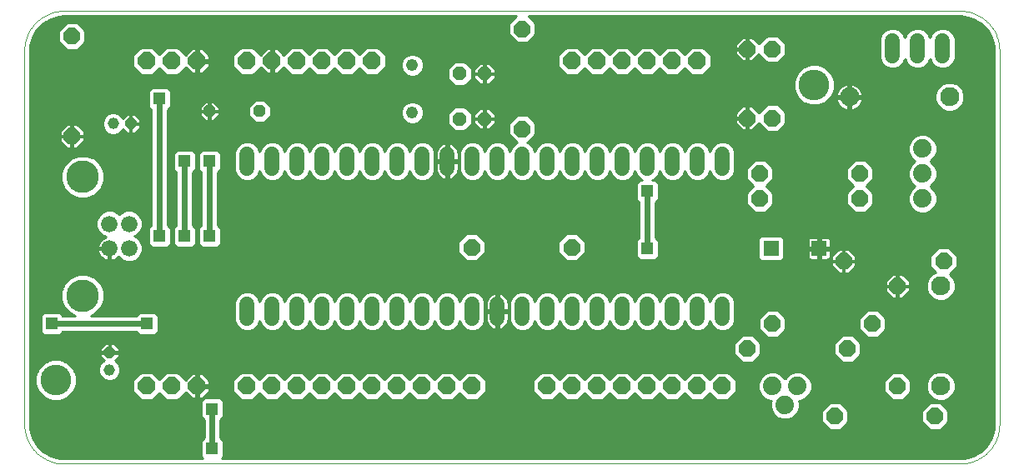
<source format=gtl>
G75*
%MOIN*%
%OFA0B0*%
%FSLAX25Y25*%
%IPPOS*%
%LPD*%
%AMOC8*
5,1,8,0,0,1.08239X$1,22.5*
%
%ADD10C,0.00000*%
%ADD11OC8,0.04600*%
%ADD12C,0.04600*%
%ADD13OC8,0.05600*%
%ADD14OC8,0.04800*%
%ADD15C,0.07600*%
%ADD16C,0.06000*%
%ADD17C,0.06600*%
%ADD18C,0.13000*%
%ADD19OC8,0.07000*%
%ADD20OC8,0.06600*%
%ADD21C,0.04800*%
%ADD22C,0.07400*%
%ADD23C,0.05850*%
%ADD24R,0.06000X0.06000*%
%ADD25R,0.04724X0.04724*%
%ADD26C,0.02400*%
%ADD27C,0.01000*%
%ADD28C,0.12268*%
D10*
X0032345Y0001500D02*
X0390613Y0001500D01*
X0390994Y0001505D01*
X0391374Y0001518D01*
X0391754Y0001541D01*
X0392133Y0001574D01*
X0392511Y0001615D01*
X0392888Y0001665D01*
X0393264Y0001725D01*
X0393639Y0001793D01*
X0394011Y0001871D01*
X0394382Y0001958D01*
X0394750Y0002053D01*
X0395116Y0002158D01*
X0395479Y0002271D01*
X0395840Y0002393D01*
X0396197Y0002523D01*
X0396551Y0002663D01*
X0396902Y0002810D01*
X0397249Y0002967D01*
X0397592Y0003131D01*
X0397931Y0003304D01*
X0398266Y0003485D01*
X0398597Y0003674D01*
X0398922Y0003871D01*
X0399243Y0004075D01*
X0399559Y0004288D01*
X0399869Y0004508D01*
X0400175Y0004735D01*
X0400474Y0004970D01*
X0400768Y0005212D01*
X0401056Y0005460D01*
X0401338Y0005716D01*
X0401613Y0005979D01*
X0401882Y0006248D01*
X0402145Y0006523D01*
X0402401Y0006805D01*
X0402649Y0007093D01*
X0402891Y0007387D01*
X0403126Y0007686D01*
X0403353Y0007992D01*
X0403573Y0008302D01*
X0403786Y0008618D01*
X0403990Y0008939D01*
X0404187Y0009264D01*
X0404376Y0009595D01*
X0404557Y0009930D01*
X0404730Y0010269D01*
X0404894Y0010612D01*
X0405051Y0010959D01*
X0405198Y0011310D01*
X0405338Y0011664D01*
X0405468Y0012021D01*
X0405590Y0012382D01*
X0405703Y0012745D01*
X0405808Y0013111D01*
X0405903Y0013479D01*
X0405990Y0013850D01*
X0406068Y0014222D01*
X0406136Y0014597D01*
X0406196Y0014973D01*
X0406246Y0015350D01*
X0406287Y0015728D01*
X0406320Y0016107D01*
X0406343Y0016487D01*
X0406356Y0016867D01*
X0406361Y0017248D01*
X0406361Y0166854D01*
X0406356Y0167235D01*
X0406343Y0167615D01*
X0406320Y0167995D01*
X0406287Y0168374D01*
X0406246Y0168752D01*
X0406196Y0169129D01*
X0406136Y0169505D01*
X0406068Y0169880D01*
X0405990Y0170252D01*
X0405903Y0170623D01*
X0405808Y0170991D01*
X0405703Y0171357D01*
X0405590Y0171720D01*
X0405468Y0172081D01*
X0405338Y0172438D01*
X0405198Y0172792D01*
X0405051Y0173143D01*
X0404894Y0173490D01*
X0404730Y0173833D01*
X0404557Y0174172D01*
X0404376Y0174507D01*
X0404187Y0174838D01*
X0403990Y0175163D01*
X0403786Y0175484D01*
X0403573Y0175800D01*
X0403353Y0176110D01*
X0403126Y0176416D01*
X0402891Y0176715D01*
X0402649Y0177009D01*
X0402401Y0177297D01*
X0402145Y0177579D01*
X0401882Y0177854D01*
X0401613Y0178123D01*
X0401338Y0178386D01*
X0401056Y0178642D01*
X0400768Y0178890D01*
X0400474Y0179132D01*
X0400175Y0179367D01*
X0399869Y0179594D01*
X0399559Y0179814D01*
X0399243Y0180027D01*
X0398922Y0180231D01*
X0398597Y0180428D01*
X0398266Y0180617D01*
X0397931Y0180798D01*
X0397592Y0180971D01*
X0397249Y0181135D01*
X0396902Y0181292D01*
X0396551Y0181439D01*
X0396197Y0181579D01*
X0395840Y0181709D01*
X0395479Y0181831D01*
X0395116Y0181944D01*
X0394750Y0182049D01*
X0394382Y0182144D01*
X0394011Y0182231D01*
X0393639Y0182309D01*
X0393264Y0182377D01*
X0392888Y0182437D01*
X0392511Y0182487D01*
X0392133Y0182528D01*
X0391754Y0182561D01*
X0391374Y0182584D01*
X0390994Y0182597D01*
X0390613Y0182602D01*
X0032345Y0182602D01*
X0031964Y0182597D01*
X0031584Y0182584D01*
X0031204Y0182561D01*
X0030825Y0182528D01*
X0030447Y0182487D01*
X0030070Y0182437D01*
X0029694Y0182377D01*
X0029319Y0182309D01*
X0028947Y0182231D01*
X0028576Y0182144D01*
X0028208Y0182049D01*
X0027842Y0181944D01*
X0027479Y0181831D01*
X0027118Y0181709D01*
X0026761Y0181579D01*
X0026407Y0181439D01*
X0026056Y0181292D01*
X0025709Y0181135D01*
X0025366Y0180971D01*
X0025027Y0180798D01*
X0024692Y0180617D01*
X0024361Y0180428D01*
X0024036Y0180231D01*
X0023715Y0180027D01*
X0023399Y0179814D01*
X0023089Y0179594D01*
X0022783Y0179367D01*
X0022484Y0179132D01*
X0022190Y0178890D01*
X0021902Y0178642D01*
X0021620Y0178386D01*
X0021345Y0178123D01*
X0021076Y0177854D01*
X0020813Y0177579D01*
X0020557Y0177297D01*
X0020309Y0177009D01*
X0020067Y0176715D01*
X0019832Y0176416D01*
X0019605Y0176110D01*
X0019385Y0175800D01*
X0019172Y0175484D01*
X0018968Y0175163D01*
X0018771Y0174838D01*
X0018582Y0174507D01*
X0018401Y0174172D01*
X0018228Y0173833D01*
X0018064Y0173490D01*
X0017907Y0173143D01*
X0017760Y0172792D01*
X0017620Y0172438D01*
X0017490Y0172081D01*
X0017368Y0171720D01*
X0017255Y0171357D01*
X0017150Y0170991D01*
X0017055Y0170623D01*
X0016968Y0170252D01*
X0016890Y0169880D01*
X0016822Y0169505D01*
X0016762Y0169129D01*
X0016712Y0168752D01*
X0016671Y0168374D01*
X0016638Y0167995D01*
X0016615Y0167615D01*
X0016602Y0167235D01*
X0016597Y0166854D01*
X0016597Y0017248D01*
X0016602Y0016867D01*
X0016615Y0016487D01*
X0016638Y0016107D01*
X0016671Y0015728D01*
X0016712Y0015350D01*
X0016762Y0014973D01*
X0016822Y0014597D01*
X0016890Y0014222D01*
X0016968Y0013850D01*
X0017055Y0013479D01*
X0017150Y0013111D01*
X0017255Y0012745D01*
X0017368Y0012382D01*
X0017490Y0012021D01*
X0017620Y0011664D01*
X0017760Y0011310D01*
X0017907Y0010959D01*
X0018064Y0010612D01*
X0018228Y0010269D01*
X0018401Y0009930D01*
X0018582Y0009595D01*
X0018771Y0009264D01*
X0018968Y0008939D01*
X0019172Y0008618D01*
X0019385Y0008302D01*
X0019605Y0007992D01*
X0019832Y0007686D01*
X0020067Y0007387D01*
X0020309Y0007093D01*
X0020557Y0006805D01*
X0020813Y0006523D01*
X0021076Y0006248D01*
X0021345Y0005979D01*
X0021620Y0005716D01*
X0021902Y0005460D01*
X0022190Y0005212D01*
X0022484Y0004970D01*
X0022783Y0004735D01*
X0023089Y0004508D01*
X0023399Y0004288D01*
X0023715Y0004075D01*
X0024036Y0003871D01*
X0024361Y0003674D01*
X0024692Y0003485D01*
X0025027Y0003304D01*
X0025366Y0003131D01*
X0025709Y0002967D01*
X0026056Y0002810D01*
X0026407Y0002663D01*
X0026761Y0002523D01*
X0027118Y0002393D01*
X0027479Y0002271D01*
X0027842Y0002158D01*
X0028208Y0002053D01*
X0028576Y0001958D01*
X0028947Y0001871D01*
X0029319Y0001793D01*
X0029694Y0001725D01*
X0030070Y0001665D01*
X0030447Y0001615D01*
X0030825Y0001574D01*
X0031204Y0001541D01*
X0031584Y0001518D01*
X0031964Y0001505D01*
X0032345Y0001500D01*
D11*
X0050613Y0045984D03*
X0059113Y0137484D03*
D12*
X0052113Y0137484D03*
X0050613Y0038984D03*
D13*
X0190613Y0139453D03*
X0200613Y0139453D03*
X0200613Y0157484D03*
X0190613Y0157484D03*
D14*
X0110613Y0142484D03*
X0090613Y0142484D03*
D15*
X0346361Y0148154D03*
X0386361Y0148154D03*
X0382935Y0072484D03*
X0382935Y0032484D03*
D16*
X0383644Y0164681D02*
X0383644Y0170681D01*
X0373644Y0170681D02*
X0373644Y0164681D01*
X0363644Y0164681D02*
X0363644Y0170681D01*
D17*
X0058413Y0097406D03*
X0050613Y0097406D03*
X0050613Y0087563D03*
X0058413Y0087563D03*
D18*
X0039913Y0068784D03*
X0039913Y0116184D03*
D19*
X0065613Y0162484D03*
X0075613Y0162484D03*
X0085613Y0162484D03*
X0105613Y0162484D03*
X0115613Y0162484D03*
X0125613Y0162484D03*
X0135613Y0162484D03*
X0145613Y0162484D03*
X0155613Y0162484D03*
X0235613Y0162484D03*
X0245613Y0162484D03*
X0255613Y0162484D03*
X0265613Y0162484D03*
X0275613Y0162484D03*
X0285613Y0162484D03*
X0285613Y0032484D03*
X0295613Y0032484D03*
X0275613Y0032484D03*
X0265613Y0032484D03*
X0255613Y0032484D03*
X0245613Y0032484D03*
X0235613Y0032484D03*
X0225613Y0032484D03*
X0195613Y0032484D03*
X0185613Y0032484D03*
X0175613Y0032484D03*
X0165613Y0032484D03*
X0155613Y0032484D03*
X0145613Y0032484D03*
X0135613Y0032484D03*
X0125613Y0032484D03*
X0115613Y0032484D03*
X0105613Y0032484D03*
X0085613Y0032484D03*
X0075613Y0032484D03*
X0065613Y0032484D03*
D20*
X0195416Y0088114D03*
X0235416Y0088114D03*
X0310613Y0107484D03*
X0310613Y0117484D03*
X0350613Y0117484D03*
X0350613Y0107484D03*
X0344038Y0082484D03*
X0365613Y0072484D03*
X0384038Y0082484D03*
X0355613Y0057484D03*
X0345613Y0047484D03*
X0315613Y0057484D03*
X0305613Y0047484D03*
X0340613Y0020516D03*
X0365613Y0032484D03*
X0380613Y0020516D03*
X0215613Y0135437D03*
X0215613Y0175437D03*
X0305613Y0167327D03*
X0315613Y0167327D03*
X0315613Y0139768D03*
X0305613Y0139768D03*
X0035613Y0132484D03*
X0035613Y0172484D03*
D21*
X0171597Y0160921D03*
X0171597Y0141921D03*
D22*
X0375613Y0127484D03*
X0375613Y0117484D03*
X0375613Y0107484D03*
X0325613Y0032484D03*
X0315613Y0032484D03*
X0320613Y0024984D03*
D23*
X0295613Y0059559D02*
X0295613Y0065409D01*
X0285613Y0065409D02*
X0285613Y0059559D01*
X0275613Y0059559D02*
X0275613Y0065409D01*
X0265613Y0065409D02*
X0265613Y0059559D01*
X0255613Y0059559D02*
X0255613Y0065409D01*
X0245613Y0065409D02*
X0245613Y0059559D01*
X0235613Y0059559D02*
X0235613Y0065409D01*
X0225613Y0065409D02*
X0225613Y0059559D01*
X0215613Y0059559D02*
X0215613Y0065409D01*
X0205613Y0065409D02*
X0205613Y0059559D01*
X0195613Y0059559D02*
X0195613Y0065409D01*
X0185613Y0065409D02*
X0185613Y0059559D01*
X0175613Y0059559D02*
X0175613Y0065409D01*
X0165613Y0065409D02*
X0165613Y0059559D01*
X0155613Y0059559D02*
X0155613Y0065409D01*
X0145613Y0065409D02*
X0145613Y0059559D01*
X0135613Y0059559D02*
X0135613Y0065409D01*
X0125613Y0065409D02*
X0125613Y0059559D01*
X0115613Y0059559D02*
X0115613Y0065409D01*
X0105613Y0065409D02*
X0105613Y0059559D01*
X0105613Y0119559D02*
X0105613Y0125409D01*
X0115613Y0125409D02*
X0115613Y0119559D01*
X0125613Y0119559D02*
X0125613Y0125409D01*
X0135613Y0125409D02*
X0135613Y0119559D01*
X0145613Y0119559D02*
X0145613Y0125409D01*
X0155613Y0125409D02*
X0155613Y0119559D01*
X0165613Y0119559D02*
X0165613Y0125409D01*
X0175613Y0125409D02*
X0175613Y0119559D01*
X0185613Y0119559D02*
X0185613Y0125409D01*
X0195613Y0125409D02*
X0195613Y0119559D01*
X0205613Y0119559D02*
X0205613Y0125409D01*
X0215613Y0125409D02*
X0215613Y0119559D01*
X0225613Y0119559D02*
X0225613Y0125409D01*
X0235613Y0125409D02*
X0235613Y0119559D01*
X0245613Y0119559D02*
X0245613Y0125409D01*
X0255613Y0125409D02*
X0255613Y0119559D01*
X0265613Y0119559D02*
X0265613Y0125409D01*
X0275613Y0125409D02*
X0275613Y0119559D01*
X0285613Y0119559D02*
X0285613Y0125409D01*
X0295613Y0125409D02*
X0295613Y0119559D01*
D24*
X0315047Y0087634D03*
X0334210Y0087634D03*
D25*
X0265613Y0087484D03*
X0265613Y0110516D03*
X0224628Y0142484D03*
X0224628Y0172484D03*
X0090613Y0122484D03*
X0080613Y0122484D03*
X0070613Y0147484D03*
X0070613Y0092484D03*
X0080613Y0092484D03*
X0090613Y0092484D03*
X0065613Y0057484D03*
X0027581Y0057484D03*
X0091676Y0023469D03*
X0091676Y0007484D03*
D26*
X0091676Y0023469D01*
X0065613Y0057484D02*
X0027581Y0057484D01*
X0070613Y0092484D02*
X0070613Y0147484D01*
X0080613Y0122484D02*
X0080613Y0092484D01*
X0090613Y0092484D02*
X0090613Y0122484D01*
X0224628Y0142484D02*
X0224628Y0172484D01*
X0265613Y0110516D02*
X0265613Y0087484D01*
D27*
X0021517Y0008940D02*
X0019736Y0012025D01*
X0018814Y0015467D01*
X0018697Y0017248D01*
X0018697Y0166854D01*
X0018814Y0168636D01*
X0019736Y0172077D01*
X0021517Y0175163D01*
X0024036Y0177682D01*
X0027122Y0179463D01*
X0030563Y0180386D01*
X0032345Y0180502D01*
X0213041Y0180502D01*
X0210213Y0177674D01*
X0210213Y0173200D01*
X0213376Y0170037D01*
X0217849Y0170037D01*
X0221013Y0173200D01*
X0221013Y0177674D01*
X0218184Y0180502D01*
X0390613Y0180502D01*
X0392394Y0180386D01*
X0395835Y0179463D01*
X0398921Y0177682D01*
X0401440Y0175163D01*
X0403222Y0172077D01*
X0404144Y0168636D01*
X0404261Y0166854D01*
X0404261Y0017248D01*
X0404144Y0015467D01*
X0403222Y0012025D01*
X0401440Y0008940D01*
X0398921Y0006420D01*
X0395835Y0004639D01*
X0392394Y0003717D01*
X0390613Y0003600D01*
X0095486Y0003600D01*
X0096138Y0004252D01*
X0096138Y0010716D01*
X0094976Y0011879D01*
X0094976Y0019074D01*
X0096138Y0020236D01*
X0096138Y0026701D01*
X0094908Y0027931D01*
X0088444Y0027931D01*
X0087213Y0026701D01*
X0087213Y0020236D01*
X0088376Y0019074D01*
X0088376Y0011879D01*
X0087213Y0010716D01*
X0087213Y0004252D01*
X0087866Y0003600D01*
X0032345Y0003600D01*
X0030563Y0003717D01*
X0027122Y0004639D01*
X0024036Y0006420D01*
X0021517Y0008940D01*
X0021201Y0009488D02*
X0087213Y0009488D01*
X0087213Y0008490D02*
X0021967Y0008490D01*
X0022966Y0007491D02*
X0087213Y0007491D01*
X0087213Y0006493D02*
X0023964Y0006493D01*
X0025641Y0005494D02*
X0087213Y0005494D01*
X0087213Y0004496D02*
X0027657Y0004496D01*
X0027122Y0004639D02*
X0027122Y0004639D01*
X0020624Y0010487D02*
X0087213Y0010487D01*
X0087982Y0011485D02*
X0020048Y0011485D01*
X0019613Y0012484D02*
X0088376Y0012484D01*
X0088376Y0013482D02*
X0019345Y0013482D01*
X0019078Y0014481D02*
X0088376Y0014481D01*
X0088376Y0015479D02*
X0018813Y0015479D01*
X0018747Y0016478D02*
X0088376Y0016478D01*
X0088376Y0017476D02*
X0018697Y0017476D01*
X0018697Y0018475D02*
X0088376Y0018475D01*
X0087977Y0019473D02*
X0018697Y0019473D01*
X0018697Y0020472D02*
X0087213Y0020472D01*
X0087213Y0021470D02*
X0018697Y0021470D01*
X0018697Y0022469D02*
X0087213Y0022469D01*
X0087213Y0023467D02*
X0018697Y0023467D01*
X0018697Y0024466D02*
X0087213Y0024466D01*
X0087213Y0025464D02*
X0018697Y0025464D01*
X0018697Y0026463D02*
X0087213Y0026463D01*
X0087684Y0027484D02*
X0090613Y0030413D01*
X0090613Y0031984D01*
X0086113Y0031984D01*
X0086113Y0032984D01*
X0090613Y0032984D01*
X0090613Y0034555D01*
X0087684Y0037484D01*
X0086113Y0037484D01*
X0086113Y0032984D01*
X0085113Y0032984D01*
X0085113Y0037484D01*
X0083542Y0037484D01*
X0081037Y0034980D01*
X0077932Y0038084D01*
X0073293Y0038084D01*
X0070613Y0035404D01*
X0067932Y0038084D01*
X0063293Y0038084D01*
X0060013Y0034804D01*
X0060013Y0030165D01*
X0063293Y0026884D01*
X0067932Y0026884D01*
X0070613Y0029565D01*
X0073293Y0026884D01*
X0077932Y0026884D01*
X0081037Y0029989D01*
X0083542Y0027484D01*
X0085113Y0027484D01*
X0085113Y0031984D01*
X0086113Y0031984D01*
X0086113Y0027484D01*
X0087684Y0027484D01*
X0087974Y0027461D02*
X0078509Y0027461D01*
X0079508Y0028460D02*
X0082566Y0028460D01*
X0081567Y0029458D02*
X0080506Y0029458D01*
X0085113Y0029458D02*
X0086113Y0029458D01*
X0086113Y0028460D02*
X0085113Y0028460D01*
X0085113Y0030457D02*
X0086113Y0030457D01*
X0086113Y0031455D02*
X0085113Y0031455D01*
X0086113Y0032454D02*
X0100013Y0032454D01*
X0100013Y0033452D02*
X0090613Y0033452D01*
X0090613Y0034451D02*
X0100013Y0034451D01*
X0100013Y0034804D02*
X0100013Y0030165D01*
X0103293Y0026884D01*
X0107932Y0026884D01*
X0110613Y0029565D01*
X0113293Y0026884D01*
X0117932Y0026884D01*
X0120613Y0029565D01*
X0123293Y0026884D01*
X0127932Y0026884D01*
X0130613Y0029565D01*
X0133293Y0026884D01*
X0137932Y0026884D01*
X0140613Y0029565D01*
X0143293Y0026884D01*
X0147932Y0026884D01*
X0150613Y0029565D01*
X0153293Y0026884D01*
X0157932Y0026884D01*
X0160613Y0029565D01*
X0163293Y0026884D01*
X0167932Y0026884D01*
X0170613Y0029565D01*
X0173293Y0026884D01*
X0177932Y0026884D01*
X0180613Y0029565D01*
X0183293Y0026884D01*
X0187932Y0026884D01*
X0190613Y0029565D01*
X0193293Y0026884D01*
X0197932Y0026884D01*
X0201213Y0030165D01*
X0201213Y0034804D01*
X0197932Y0038084D01*
X0193293Y0038084D01*
X0190613Y0035404D01*
X0187932Y0038084D01*
X0183293Y0038084D01*
X0180613Y0035404D01*
X0177932Y0038084D01*
X0173293Y0038084D01*
X0170613Y0035404D01*
X0167932Y0038084D01*
X0163293Y0038084D01*
X0160613Y0035404D01*
X0157932Y0038084D01*
X0153293Y0038084D01*
X0150613Y0035404D01*
X0147932Y0038084D01*
X0143293Y0038084D01*
X0140613Y0035404D01*
X0137932Y0038084D01*
X0133293Y0038084D01*
X0130613Y0035404D01*
X0127932Y0038084D01*
X0123293Y0038084D01*
X0120613Y0035404D01*
X0117932Y0038084D01*
X0113293Y0038084D01*
X0110613Y0035404D01*
X0107932Y0038084D01*
X0103293Y0038084D01*
X0100013Y0034804D01*
X0100658Y0035449D02*
X0089719Y0035449D01*
X0088720Y0036448D02*
X0101657Y0036448D01*
X0102655Y0037446D02*
X0087721Y0037446D01*
X0086113Y0037446D02*
X0085113Y0037446D01*
X0085113Y0036448D02*
X0086113Y0036448D01*
X0086113Y0035449D02*
X0085113Y0035449D01*
X0085113Y0034451D02*
X0086113Y0034451D01*
X0086113Y0033452D02*
X0085113Y0033452D01*
X0082505Y0036448D02*
X0079569Y0036448D01*
X0080567Y0035449D02*
X0081507Y0035449D01*
X0083504Y0037446D02*
X0078570Y0037446D01*
X0072655Y0037446D02*
X0068570Y0037446D01*
X0069569Y0036448D02*
X0071657Y0036448D01*
X0070658Y0035449D02*
X0070567Y0035449D01*
X0062655Y0037446D02*
X0054738Y0037446D01*
X0055013Y0038109D02*
X0055013Y0039859D01*
X0054343Y0041477D01*
X0053105Y0042714D01*
X0052830Y0042828D01*
X0054413Y0044410D01*
X0054413Y0045784D01*
X0050813Y0045784D01*
X0050813Y0046184D01*
X0054413Y0046184D01*
X0054413Y0047558D01*
X0052187Y0049784D01*
X0050813Y0049784D01*
X0050813Y0046184D01*
X0050413Y0046184D01*
X0050413Y0049784D01*
X0049039Y0049784D01*
X0046813Y0047558D01*
X0046813Y0046184D01*
X0050413Y0046184D01*
X0050413Y0045784D01*
X0046813Y0045784D01*
X0046813Y0044410D01*
X0048395Y0042828D01*
X0048120Y0042714D01*
X0046882Y0041477D01*
X0046213Y0039859D01*
X0046213Y0038109D01*
X0046882Y0036492D01*
X0048120Y0035254D01*
X0049737Y0034584D01*
X0051488Y0034584D01*
X0053105Y0035254D01*
X0054343Y0036492D01*
X0055013Y0038109D01*
X0055013Y0038445D02*
X0404261Y0038445D01*
X0404261Y0039443D02*
X0055013Y0039443D01*
X0054771Y0040442D02*
X0404261Y0040442D01*
X0404261Y0041440D02*
X0054358Y0041440D01*
X0053380Y0042439D02*
X0303021Y0042439D01*
X0303376Y0042084D02*
X0307849Y0042084D01*
X0311013Y0045248D01*
X0311013Y0049721D01*
X0307849Y0052884D01*
X0303376Y0052884D01*
X0300213Y0049721D01*
X0300213Y0045248D01*
X0303376Y0042084D01*
X0302023Y0043437D02*
X0053440Y0043437D01*
X0054413Y0044436D02*
X0301024Y0044436D01*
X0300213Y0045434D02*
X0054413Y0045434D01*
X0054413Y0046433D02*
X0300213Y0046433D01*
X0300213Y0047432D02*
X0054413Y0047432D01*
X0053541Y0048430D02*
X0300213Y0048430D01*
X0300213Y0049429D02*
X0052542Y0049429D01*
X0050813Y0049429D02*
X0050413Y0049429D01*
X0050413Y0048430D02*
X0050813Y0048430D01*
X0050813Y0047432D02*
X0050413Y0047432D01*
X0050413Y0046433D02*
X0050813Y0046433D01*
X0048683Y0049429D02*
X0018697Y0049429D01*
X0018697Y0050427D02*
X0300919Y0050427D01*
X0301917Y0051426D02*
X0018697Y0051426D01*
X0018697Y0052424D02*
X0302916Y0052424D01*
X0299873Y0056713D02*
X0298459Y0055299D01*
X0296612Y0054534D01*
X0294613Y0054534D01*
X0292766Y0055299D01*
X0291353Y0056713D01*
X0290613Y0058499D01*
X0289873Y0056713D01*
X0288459Y0055299D01*
X0286612Y0054534D01*
X0284613Y0054534D01*
X0282766Y0055299D01*
X0281353Y0056713D01*
X0280613Y0058499D01*
X0279873Y0056713D01*
X0278459Y0055299D01*
X0276612Y0054534D01*
X0274613Y0054534D01*
X0272766Y0055299D01*
X0271353Y0056713D01*
X0270613Y0058499D01*
X0269873Y0056713D01*
X0268459Y0055299D01*
X0266612Y0054534D01*
X0264613Y0054534D01*
X0262766Y0055299D01*
X0261353Y0056713D01*
X0260613Y0058499D01*
X0259873Y0056713D01*
X0258459Y0055299D01*
X0256612Y0054534D01*
X0254613Y0054534D01*
X0252766Y0055299D01*
X0251353Y0056713D01*
X0250613Y0058499D01*
X0249873Y0056713D01*
X0248459Y0055299D01*
X0246612Y0054534D01*
X0244613Y0054534D01*
X0242766Y0055299D01*
X0241353Y0056713D01*
X0240613Y0058499D01*
X0239873Y0056713D01*
X0238459Y0055299D01*
X0236612Y0054534D01*
X0234613Y0054534D01*
X0232766Y0055299D01*
X0231353Y0056713D01*
X0230613Y0058499D01*
X0229873Y0056713D01*
X0228459Y0055299D01*
X0226612Y0054534D01*
X0224613Y0054534D01*
X0222766Y0055299D01*
X0221353Y0056713D01*
X0220613Y0058499D01*
X0219873Y0056713D01*
X0218459Y0055299D01*
X0216612Y0054534D01*
X0214613Y0054534D01*
X0212766Y0055299D01*
X0211353Y0056713D01*
X0210588Y0058560D01*
X0210588Y0066409D01*
X0211353Y0068256D01*
X0212766Y0069669D01*
X0214613Y0070434D01*
X0216612Y0070434D01*
X0218459Y0069669D01*
X0219873Y0068256D01*
X0220613Y0066469D01*
X0221353Y0068256D01*
X0222766Y0069669D01*
X0224613Y0070434D01*
X0226612Y0070434D01*
X0228459Y0069669D01*
X0229873Y0068256D01*
X0230613Y0066469D01*
X0231353Y0068256D01*
X0232766Y0069669D01*
X0234613Y0070434D01*
X0236612Y0070434D01*
X0238459Y0069669D01*
X0239873Y0068256D01*
X0240613Y0066469D01*
X0241353Y0068256D01*
X0242766Y0069669D01*
X0244613Y0070434D01*
X0246612Y0070434D01*
X0248459Y0069669D01*
X0249873Y0068256D01*
X0250613Y0066469D01*
X0251353Y0068256D01*
X0252766Y0069669D01*
X0254613Y0070434D01*
X0256612Y0070434D01*
X0258459Y0069669D01*
X0259873Y0068256D01*
X0260613Y0066469D01*
X0261353Y0068256D01*
X0262766Y0069669D01*
X0264613Y0070434D01*
X0266612Y0070434D01*
X0268459Y0069669D01*
X0269873Y0068256D01*
X0270613Y0066469D01*
X0271353Y0068256D01*
X0272766Y0069669D01*
X0274613Y0070434D01*
X0276612Y0070434D01*
X0278459Y0069669D01*
X0279873Y0068256D01*
X0280613Y0066469D01*
X0281353Y0068256D01*
X0282766Y0069669D01*
X0284613Y0070434D01*
X0286612Y0070434D01*
X0288459Y0069669D01*
X0289873Y0068256D01*
X0290613Y0066469D01*
X0291353Y0068256D01*
X0292766Y0069669D01*
X0294613Y0070434D01*
X0296612Y0070434D01*
X0298459Y0069669D01*
X0299873Y0068256D01*
X0300638Y0066409D01*
X0300638Y0058560D01*
X0299873Y0056713D01*
X0299578Y0056418D02*
X0310213Y0056418D01*
X0310213Y0055420D02*
X0298579Y0055420D01*
X0300164Y0057417D02*
X0310213Y0057417D01*
X0310213Y0058415D02*
X0300578Y0058415D01*
X0300638Y0059414D02*
X0310213Y0059414D01*
X0310213Y0059721D02*
X0310213Y0055248D01*
X0313376Y0052084D01*
X0317849Y0052084D01*
X0321013Y0055248D01*
X0321013Y0059721D01*
X0317849Y0062884D01*
X0313376Y0062884D01*
X0310213Y0059721D01*
X0310904Y0060412D02*
X0300638Y0060412D01*
X0300638Y0061411D02*
X0311902Y0061411D01*
X0312901Y0062409D02*
X0300638Y0062409D01*
X0300638Y0063408D02*
X0404261Y0063408D01*
X0404261Y0064406D02*
X0300638Y0064406D01*
X0300638Y0065405D02*
X0404261Y0065405D01*
X0404261Y0066403D02*
X0300638Y0066403D01*
X0300226Y0067402D02*
X0379788Y0067402D01*
X0379593Y0067482D02*
X0381762Y0066584D01*
X0384109Y0066584D01*
X0386278Y0067482D01*
X0387937Y0069142D01*
X0388835Y0071311D01*
X0388835Y0073658D01*
X0387937Y0075826D01*
X0386477Y0077287D01*
X0389438Y0080248D01*
X0389438Y0084721D01*
X0386275Y0087884D01*
X0381801Y0087884D01*
X0378638Y0084721D01*
X0378638Y0080248D01*
X0380870Y0078015D01*
X0379593Y0077486D01*
X0377934Y0075826D01*
X0377035Y0073658D01*
X0377035Y0071311D01*
X0377934Y0069142D01*
X0379593Y0067482D01*
X0378676Y0068400D02*
X0368317Y0068400D01*
X0367601Y0067684D02*
X0370413Y0070496D01*
X0370413Y0072184D01*
X0365913Y0072184D01*
X0365913Y0072784D01*
X0370413Y0072784D01*
X0370413Y0074472D01*
X0367601Y0077284D01*
X0365913Y0077284D01*
X0365913Y0072784D01*
X0365313Y0072784D01*
X0365313Y0077284D01*
X0363624Y0077284D01*
X0360813Y0074472D01*
X0360813Y0072784D01*
X0365313Y0072784D01*
X0365313Y0072184D01*
X0365913Y0072184D01*
X0365913Y0067684D01*
X0367601Y0067684D01*
X0365913Y0068400D02*
X0365313Y0068400D01*
X0365313Y0067684D02*
X0365313Y0072184D01*
X0360813Y0072184D01*
X0360813Y0070496D01*
X0363624Y0067684D01*
X0365313Y0067684D01*
X0365313Y0069399D02*
X0365913Y0069399D01*
X0365913Y0070397D02*
X0365313Y0070397D01*
X0365313Y0071396D02*
X0365913Y0071396D01*
X0365913Y0072394D02*
X0377035Y0072394D01*
X0377035Y0071396D02*
X0370413Y0071396D01*
X0370314Y0070397D02*
X0377414Y0070397D01*
X0377827Y0069399D02*
X0369315Y0069399D01*
X0370413Y0073393D02*
X0377035Y0073393D01*
X0377339Y0074391D02*
X0370413Y0074391D01*
X0369495Y0075390D02*
X0377753Y0075390D01*
X0378496Y0076388D02*
X0368497Y0076388D01*
X0365913Y0076388D02*
X0365313Y0076388D01*
X0365313Y0075390D02*
X0365913Y0075390D01*
X0365913Y0074391D02*
X0365313Y0074391D01*
X0365313Y0073393D02*
X0365913Y0073393D01*
X0365313Y0072394D02*
X0047726Y0072394D01*
X0048139Y0071396D02*
X0360813Y0071396D01*
X0360911Y0070397D02*
X0296701Y0070397D01*
X0294524Y0070397D02*
X0286701Y0070397D01*
X0284524Y0070397D02*
X0276701Y0070397D01*
X0274524Y0070397D02*
X0266701Y0070397D01*
X0264524Y0070397D02*
X0256701Y0070397D01*
X0254524Y0070397D02*
X0246701Y0070397D01*
X0244524Y0070397D02*
X0236701Y0070397D01*
X0234524Y0070397D02*
X0226701Y0070397D01*
X0224524Y0070397D02*
X0216701Y0070397D01*
X0214524Y0070397D02*
X0196701Y0070397D01*
X0196612Y0070434D02*
X0198459Y0069669D01*
X0199873Y0068256D01*
X0200638Y0066409D01*
X0200638Y0058560D01*
X0199873Y0056713D01*
X0198459Y0055299D01*
X0196612Y0054534D01*
X0194613Y0054534D01*
X0192766Y0055299D01*
X0191353Y0056713D01*
X0190613Y0058499D01*
X0189873Y0056713D01*
X0188459Y0055299D01*
X0186612Y0054534D01*
X0184613Y0054534D01*
X0182766Y0055299D01*
X0181353Y0056713D01*
X0180613Y0058499D01*
X0179873Y0056713D01*
X0178459Y0055299D01*
X0176612Y0054534D01*
X0174613Y0054534D01*
X0172766Y0055299D01*
X0171353Y0056713D01*
X0170613Y0058499D01*
X0169873Y0056713D01*
X0168459Y0055299D01*
X0166612Y0054534D01*
X0164613Y0054534D01*
X0162766Y0055299D01*
X0161353Y0056713D01*
X0160613Y0058499D01*
X0159873Y0056713D01*
X0158459Y0055299D01*
X0156612Y0054534D01*
X0154613Y0054534D01*
X0152766Y0055299D01*
X0151353Y0056713D01*
X0150613Y0058499D01*
X0149873Y0056713D01*
X0148459Y0055299D01*
X0146612Y0054534D01*
X0144613Y0054534D01*
X0142766Y0055299D01*
X0141353Y0056713D01*
X0140613Y0058499D01*
X0139873Y0056713D01*
X0138459Y0055299D01*
X0136612Y0054534D01*
X0134613Y0054534D01*
X0132766Y0055299D01*
X0131353Y0056713D01*
X0130613Y0058499D01*
X0129873Y0056713D01*
X0128459Y0055299D01*
X0126612Y0054534D01*
X0124613Y0054534D01*
X0122766Y0055299D01*
X0121353Y0056713D01*
X0120613Y0058499D01*
X0119873Y0056713D01*
X0118459Y0055299D01*
X0116612Y0054534D01*
X0114613Y0054534D01*
X0112766Y0055299D01*
X0111353Y0056713D01*
X0110613Y0058499D01*
X0109873Y0056713D01*
X0108459Y0055299D01*
X0106612Y0054534D01*
X0104613Y0054534D01*
X0102766Y0055299D01*
X0101353Y0056713D01*
X0100588Y0058560D01*
X0100588Y0066409D01*
X0101353Y0068256D01*
X0102766Y0069669D01*
X0104613Y0070434D01*
X0106612Y0070434D01*
X0108459Y0069669D01*
X0109873Y0068256D01*
X0110613Y0066469D01*
X0111353Y0068256D01*
X0112766Y0069669D01*
X0114613Y0070434D01*
X0116612Y0070434D01*
X0118459Y0069669D01*
X0119873Y0068256D01*
X0120613Y0066469D01*
X0121353Y0068256D01*
X0122766Y0069669D01*
X0124613Y0070434D01*
X0126612Y0070434D01*
X0128459Y0069669D01*
X0129873Y0068256D01*
X0130613Y0066469D01*
X0131353Y0068256D01*
X0132766Y0069669D01*
X0134613Y0070434D01*
X0136612Y0070434D01*
X0138459Y0069669D01*
X0139873Y0068256D01*
X0140613Y0066469D01*
X0141353Y0068256D01*
X0142766Y0069669D01*
X0144613Y0070434D01*
X0146612Y0070434D01*
X0148459Y0069669D01*
X0149873Y0068256D01*
X0150613Y0066469D01*
X0151353Y0068256D01*
X0152766Y0069669D01*
X0154613Y0070434D01*
X0156612Y0070434D01*
X0158459Y0069669D01*
X0159873Y0068256D01*
X0160613Y0066469D01*
X0161353Y0068256D01*
X0162766Y0069669D01*
X0164613Y0070434D01*
X0166612Y0070434D01*
X0168459Y0069669D01*
X0169873Y0068256D01*
X0170613Y0066469D01*
X0171353Y0068256D01*
X0172766Y0069669D01*
X0174613Y0070434D01*
X0176612Y0070434D01*
X0178459Y0069669D01*
X0179873Y0068256D01*
X0180613Y0066469D01*
X0181353Y0068256D01*
X0182766Y0069669D01*
X0184613Y0070434D01*
X0186612Y0070434D01*
X0188459Y0069669D01*
X0189873Y0068256D01*
X0190613Y0066469D01*
X0191353Y0068256D01*
X0192766Y0069669D01*
X0194613Y0070434D01*
X0196612Y0070434D01*
X0194524Y0070397D02*
X0186701Y0070397D01*
X0184524Y0070397D02*
X0176701Y0070397D01*
X0174524Y0070397D02*
X0166701Y0070397D01*
X0164524Y0070397D02*
X0156701Y0070397D01*
X0154524Y0070397D02*
X0146701Y0070397D01*
X0144524Y0070397D02*
X0136701Y0070397D01*
X0134524Y0070397D02*
X0126701Y0070397D01*
X0124524Y0070397D02*
X0116701Y0070397D01*
X0114524Y0070397D02*
X0106701Y0070397D01*
X0104524Y0070397D02*
X0048513Y0070397D01*
X0048513Y0070495D02*
X0048513Y0067074D01*
X0047203Y0063913D01*
X0044784Y0061494D01*
X0043072Y0060784D01*
X0061218Y0060784D01*
X0062381Y0061946D01*
X0068845Y0061946D01*
X0070075Y0060716D01*
X0070075Y0054252D01*
X0068845Y0053022D01*
X0062381Y0053022D01*
X0061218Y0054184D01*
X0031975Y0054184D01*
X0030813Y0053022D01*
X0024349Y0053022D01*
X0023119Y0054252D01*
X0023119Y0060716D01*
X0024349Y0061946D01*
X0030813Y0061946D01*
X0031975Y0060784D01*
X0036753Y0060784D01*
X0035041Y0061494D01*
X0032622Y0063913D01*
X0031313Y0067074D01*
X0031313Y0070495D01*
X0032622Y0073656D01*
X0035041Y0076075D01*
X0038202Y0077384D01*
X0041623Y0077384D01*
X0044784Y0076075D01*
X0047203Y0073656D01*
X0048513Y0070495D01*
X0048513Y0069399D02*
X0102496Y0069399D01*
X0101497Y0068400D02*
X0048513Y0068400D01*
X0048513Y0067402D02*
X0100999Y0067402D01*
X0100588Y0066403D02*
X0048235Y0066403D01*
X0047821Y0065405D02*
X0100588Y0065405D01*
X0100588Y0064406D02*
X0047408Y0064406D01*
X0046698Y0063408D02*
X0100588Y0063408D01*
X0100588Y0062409D02*
X0045700Y0062409D01*
X0044584Y0061411D02*
X0061845Y0061411D01*
X0069380Y0061411D02*
X0100588Y0061411D01*
X0100588Y0060412D02*
X0070075Y0060412D01*
X0070075Y0059414D02*
X0100588Y0059414D01*
X0100647Y0058415D02*
X0070075Y0058415D01*
X0070075Y0057417D02*
X0101061Y0057417D01*
X0101647Y0056418D02*
X0070075Y0056418D01*
X0070075Y0055420D02*
X0102646Y0055420D01*
X0108579Y0055420D02*
X0112646Y0055420D01*
X0111647Y0056418D02*
X0109578Y0056418D01*
X0110164Y0057417D02*
X0111061Y0057417D01*
X0110647Y0058415D02*
X0110578Y0058415D01*
X0118579Y0055420D02*
X0122646Y0055420D01*
X0121647Y0056418D02*
X0119578Y0056418D01*
X0120164Y0057417D02*
X0121061Y0057417D01*
X0120647Y0058415D02*
X0120578Y0058415D01*
X0128579Y0055420D02*
X0132646Y0055420D01*
X0131647Y0056418D02*
X0129578Y0056418D01*
X0130164Y0057417D02*
X0131061Y0057417D01*
X0130647Y0058415D02*
X0130578Y0058415D01*
X0138579Y0055420D02*
X0142646Y0055420D01*
X0141647Y0056418D02*
X0139578Y0056418D01*
X0140164Y0057417D02*
X0141061Y0057417D01*
X0140647Y0058415D02*
X0140578Y0058415D01*
X0148579Y0055420D02*
X0152646Y0055420D01*
X0151647Y0056418D02*
X0149578Y0056418D01*
X0150164Y0057417D02*
X0151061Y0057417D01*
X0150647Y0058415D02*
X0150578Y0058415D01*
X0158579Y0055420D02*
X0162646Y0055420D01*
X0161647Y0056418D02*
X0159578Y0056418D01*
X0160164Y0057417D02*
X0161061Y0057417D01*
X0160647Y0058415D02*
X0160578Y0058415D01*
X0168579Y0055420D02*
X0172646Y0055420D01*
X0171647Y0056418D02*
X0169578Y0056418D01*
X0170164Y0057417D02*
X0171061Y0057417D01*
X0170647Y0058415D02*
X0170578Y0058415D01*
X0178579Y0055420D02*
X0182646Y0055420D01*
X0181647Y0056418D02*
X0179578Y0056418D01*
X0180164Y0057417D02*
X0181061Y0057417D01*
X0180647Y0058415D02*
X0180578Y0058415D01*
X0188579Y0055420D02*
X0192646Y0055420D01*
X0191647Y0056418D02*
X0189578Y0056418D01*
X0190164Y0057417D02*
X0191061Y0057417D01*
X0190647Y0058415D02*
X0190578Y0058415D01*
X0198579Y0055420D02*
X0204033Y0055420D01*
X0203914Y0055458D02*
X0204576Y0055243D01*
X0205138Y0055154D01*
X0205138Y0062009D01*
X0206088Y0062009D01*
X0206088Y0062959D01*
X0210038Y0062959D01*
X0210038Y0065758D01*
X0209929Y0066445D01*
X0209713Y0067108D01*
X0209397Y0067728D01*
X0208988Y0068292D01*
X0208495Y0068784D01*
X0207932Y0069194D01*
X0207311Y0069510D01*
X0206649Y0069725D01*
X0206088Y0069814D01*
X0206088Y0062959D01*
X0205138Y0062959D01*
X0205138Y0069814D01*
X0204576Y0069725D01*
X0203914Y0069510D01*
X0203293Y0069194D01*
X0202730Y0068784D01*
X0202237Y0068292D01*
X0201828Y0067728D01*
X0201512Y0067108D01*
X0201297Y0066445D01*
X0201188Y0065758D01*
X0201188Y0062959D01*
X0205138Y0062959D01*
X0205138Y0062009D01*
X0201188Y0062009D01*
X0201188Y0059211D01*
X0201297Y0058523D01*
X0201512Y0057861D01*
X0201828Y0057240D01*
X0202237Y0056677D01*
X0202730Y0056184D01*
X0203293Y0055775D01*
X0203914Y0055458D01*
X0205138Y0055420D02*
X0206088Y0055420D01*
X0206088Y0055154D02*
X0206649Y0055243D01*
X0207311Y0055458D01*
X0207932Y0055775D01*
X0208495Y0056184D01*
X0208988Y0056677D01*
X0209397Y0057240D01*
X0209713Y0057861D01*
X0209929Y0058523D01*
X0210038Y0059211D01*
X0210038Y0062009D01*
X0206088Y0062009D01*
X0206088Y0055154D01*
X0207192Y0055420D02*
X0212646Y0055420D01*
X0211647Y0056418D02*
X0208729Y0056418D01*
X0209487Y0057417D02*
X0211061Y0057417D01*
X0210647Y0058415D02*
X0209894Y0058415D01*
X0210038Y0059414D02*
X0210588Y0059414D01*
X0210588Y0060412D02*
X0210038Y0060412D01*
X0210038Y0061411D02*
X0210588Y0061411D01*
X0210588Y0062409D02*
X0206088Y0062409D01*
X0205138Y0062409D02*
X0200638Y0062409D01*
X0200638Y0061411D02*
X0201188Y0061411D01*
X0201188Y0060412D02*
X0200638Y0060412D01*
X0200638Y0059414D02*
X0201188Y0059414D01*
X0201332Y0058415D02*
X0200578Y0058415D01*
X0200164Y0057417D02*
X0201738Y0057417D01*
X0202496Y0056418D02*
X0199578Y0056418D01*
X0205138Y0056418D02*
X0206088Y0056418D01*
X0206088Y0057417D02*
X0205138Y0057417D01*
X0205138Y0058415D02*
X0206088Y0058415D01*
X0206088Y0059414D02*
X0205138Y0059414D01*
X0205138Y0060412D02*
X0206088Y0060412D01*
X0206088Y0061411D02*
X0205138Y0061411D01*
X0205138Y0063408D02*
X0206088Y0063408D01*
X0206088Y0064406D02*
X0205138Y0064406D01*
X0205138Y0065405D02*
X0206088Y0065405D01*
X0206088Y0066403D02*
X0205138Y0066403D01*
X0205138Y0067402D02*
X0206088Y0067402D01*
X0206088Y0068400D02*
X0205138Y0068400D01*
X0205138Y0069399D02*
X0206088Y0069399D01*
X0207530Y0069399D02*
X0212496Y0069399D01*
X0211497Y0068400D02*
X0208879Y0068400D01*
X0209564Y0067402D02*
X0210999Y0067402D01*
X0210588Y0066403D02*
X0209935Y0066403D01*
X0210038Y0065405D02*
X0210588Y0065405D01*
X0210588Y0064406D02*
X0210038Y0064406D01*
X0210038Y0063408D02*
X0210588Y0063408D01*
X0201188Y0063408D02*
X0200638Y0063408D01*
X0200638Y0064406D02*
X0201188Y0064406D01*
X0201188Y0065405D02*
X0200638Y0065405D01*
X0200638Y0066403D02*
X0201290Y0066403D01*
X0201662Y0067402D02*
X0200226Y0067402D01*
X0199728Y0068400D02*
X0202346Y0068400D01*
X0203696Y0069399D02*
X0198729Y0069399D01*
X0192496Y0069399D02*
X0188729Y0069399D01*
X0189728Y0068400D02*
X0191497Y0068400D01*
X0190999Y0067402D02*
X0190226Y0067402D01*
X0182496Y0069399D02*
X0178729Y0069399D01*
X0179728Y0068400D02*
X0181497Y0068400D01*
X0180999Y0067402D02*
X0180226Y0067402D01*
X0172496Y0069399D02*
X0168729Y0069399D01*
X0169728Y0068400D02*
X0171497Y0068400D01*
X0170999Y0067402D02*
X0170226Y0067402D01*
X0162496Y0069399D02*
X0158729Y0069399D01*
X0159728Y0068400D02*
X0161497Y0068400D01*
X0160999Y0067402D02*
X0160226Y0067402D01*
X0152496Y0069399D02*
X0148729Y0069399D01*
X0149728Y0068400D02*
X0151497Y0068400D01*
X0150999Y0067402D02*
X0150226Y0067402D01*
X0142496Y0069399D02*
X0138729Y0069399D01*
X0139728Y0068400D02*
X0141497Y0068400D01*
X0140999Y0067402D02*
X0140226Y0067402D01*
X0132496Y0069399D02*
X0128729Y0069399D01*
X0129728Y0068400D02*
X0131497Y0068400D01*
X0130999Y0067402D02*
X0130226Y0067402D01*
X0122496Y0069399D02*
X0118729Y0069399D01*
X0119728Y0068400D02*
X0121497Y0068400D01*
X0120999Y0067402D02*
X0120226Y0067402D01*
X0112496Y0069399D02*
X0108729Y0069399D01*
X0109728Y0068400D02*
X0111497Y0068400D01*
X0110999Y0067402D02*
X0110226Y0067402D01*
X0070075Y0054421D02*
X0311039Y0054421D01*
X0312038Y0053423D02*
X0069245Y0053423D01*
X0061980Y0053423D02*
X0031214Y0053423D01*
X0023948Y0053423D02*
X0018697Y0053423D01*
X0018697Y0054421D02*
X0023119Y0054421D01*
X0023119Y0055420D02*
X0018697Y0055420D01*
X0018697Y0056418D02*
X0023119Y0056418D01*
X0023119Y0057417D02*
X0018697Y0057417D01*
X0018697Y0058415D02*
X0023119Y0058415D01*
X0023119Y0059414D02*
X0018697Y0059414D01*
X0018697Y0060412D02*
X0023119Y0060412D01*
X0023813Y0061411D02*
X0018697Y0061411D01*
X0018697Y0062409D02*
X0034125Y0062409D01*
X0033127Y0063408D02*
X0018697Y0063408D01*
X0018697Y0064406D02*
X0032417Y0064406D01*
X0032004Y0065405D02*
X0018697Y0065405D01*
X0018697Y0066403D02*
X0031590Y0066403D01*
X0031313Y0067402D02*
X0018697Y0067402D01*
X0018697Y0068400D02*
X0031313Y0068400D01*
X0031313Y0069399D02*
X0018697Y0069399D01*
X0018697Y0070397D02*
X0031313Y0070397D01*
X0031686Y0071396D02*
X0018697Y0071396D01*
X0018697Y0072394D02*
X0032099Y0072394D01*
X0032513Y0073393D02*
X0018697Y0073393D01*
X0018697Y0074391D02*
X0033357Y0074391D01*
X0034356Y0075390D02*
X0018697Y0075390D01*
X0018697Y0076388D02*
X0035798Y0076388D01*
X0044028Y0076388D02*
X0362728Y0076388D01*
X0361730Y0075390D02*
X0045469Y0075390D01*
X0046468Y0074391D02*
X0360813Y0074391D01*
X0360813Y0073393D02*
X0047312Y0073393D01*
X0049489Y0082881D02*
X0048770Y0083115D01*
X0048097Y0083458D01*
X0047486Y0083902D01*
X0046951Y0084436D01*
X0046507Y0085047D01*
X0046164Y0085720D01*
X0045931Y0086439D01*
X0045816Y0087163D01*
X0050213Y0087163D01*
X0051013Y0087163D01*
X0051013Y0082767D01*
X0051737Y0082881D01*
X0052455Y0083115D01*
X0053128Y0083458D01*
X0053740Y0083902D01*
X0054088Y0084251D01*
X0055354Y0082985D01*
X0057338Y0082163D01*
X0059487Y0082163D01*
X0061471Y0082985D01*
X0062990Y0084504D01*
X0063813Y0086489D01*
X0063813Y0088637D01*
X0062990Y0090622D01*
X0061471Y0092141D01*
X0060642Y0092484D01*
X0061471Y0092828D01*
X0062990Y0094347D01*
X0063813Y0096331D01*
X0063813Y0098480D01*
X0062990Y0100464D01*
X0061471Y0101983D01*
X0059487Y0102805D01*
X0057338Y0102805D01*
X0055354Y0101983D01*
X0054513Y0101142D01*
X0053671Y0101983D01*
X0051687Y0102805D01*
X0049538Y0102805D01*
X0047554Y0101983D01*
X0046035Y0100464D01*
X0045213Y0098480D01*
X0045213Y0096331D01*
X0046035Y0094347D01*
X0047554Y0092828D01*
X0049193Y0092149D01*
X0048770Y0092011D01*
X0048097Y0091668D01*
X0047486Y0091224D01*
X0046951Y0090690D01*
X0046507Y0090079D01*
X0046164Y0089406D01*
X0045931Y0088687D01*
X0045816Y0087963D01*
X0050213Y0087963D01*
X0050213Y0087163D01*
X0050213Y0082767D01*
X0049489Y0082881D01*
X0050213Y0083378D02*
X0051013Y0083378D01*
X0051013Y0084376D02*
X0050213Y0084376D01*
X0050213Y0085375D02*
X0051013Y0085375D01*
X0051013Y0086373D02*
X0050213Y0086373D01*
X0050213Y0087372D02*
X0018697Y0087372D01*
X0018697Y0088370D02*
X0045881Y0088370D01*
X0046152Y0089369D02*
X0018697Y0089369D01*
X0018697Y0090368D02*
X0046717Y0090368D01*
X0047681Y0091366D02*
X0018697Y0091366D01*
X0018697Y0092365D02*
X0048672Y0092365D01*
X0047018Y0093363D02*
X0018697Y0093363D01*
X0018697Y0094362D02*
X0046029Y0094362D01*
X0045615Y0095360D02*
X0018697Y0095360D01*
X0018697Y0096359D02*
X0045213Y0096359D01*
X0045213Y0097357D02*
X0018697Y0097357D01*
X0018697Y0098356D02*
X0045213Y0098356D01*
X0045575Y0099354D02*
X0018697Y0099354D01*
X0018697Y0100353D02*
X0045988Y0100353D01*
X0046921Y0101351D02*
X0018697Y0101351D01*
X0018697Y0102350D02*
X0048438Y0102350D01*
X0052787Y0102350D02*
X0056238Y0102350D01*
X0054721Y0101351D02*
X0054304Y0101351D01*
X0060587Y0102350D02*
X0067313Y0102350D01*
X0067313Y0103348D02*
X0018697Y0103348D01*
X0018697Y0104347D02*
X0067313Y0104347D01*
X0067313Y0105345D02*
X0018697Y0105345D01*
X0018697Y0106344D02*
X0067313Y0106344D01*
X0067313Y0107342D02*
X0018697Y0107342D01*
X0018697Y0108341D02*
X0036376Y0108341D01*
X0035041Y0108894D02*
X0038202Y0107584D01*
X0041623Y0107584D01*
X0044784Y0108894D01*
X0047203Y0111313D01*
X0048513Y0114474D01*
X0048513Y0117895D01*
X0047203Y0121056D01*
X0044784Y0123475D01*
X0041623Y0124784D01*
X0038202Y0124784D01*
X0035041Y0123475D01*
X0032622Y0121056D01*
X0031313Y0117895D01*
X0031313Y0114474D01*
X0032622Y0111313D01*
X0035041Y0108894D01*
X0034595Y0109339D02*
X0018697Y0109339D01*
X0018697Y0110338D02*
X0033597Y0110338D01*
X0032612Y0111336D02*
X0018697Y0111336D01*
X0018697Y0112335D02*
X0032199Y0112335D01*
X0031785Y0113333D02*
X0018697Y0113333D01*
X0018697Y0114332D02*
X0031371Y0114332D01*
X0031313Y0115330D02*
X0018697Y0115330D01*
X0018697Y0116329D02*
X0031313Y0116329D01*
X0031313Y0117327D02*
X0018697Y0117327D01*
X0018697Y0118326D02*
X0031491Y0118326D01*
X0031905Y0119324D02*
X0018697Y0119324D01*
X0018697Y0120323D02*
X0032318Y0120323D01*
X0032887Y0121321D02*
X0018697Y0121321D01*
X0018697Y0122320D02*
X0033886Y0122320D01*
X0034884Y0123318D02*
X0018697Y0123318D01*
X0018697Y0124317D02*
X0037074Y0124317D01*
X0037601Y0127684D02*
X0035913Y0127684D01*
X0035913Y0132184D01*
X0035913Y0132784D01*
X0040413Y0132784D01*
X0040413Y0134472D01*
X0037601Y0137284D01*
X0035913Y0137284D01*
X0035913Y0132784D01*
X0035313Y0132784D01*
X0035313Y0137284D01*
X0033624Y0137284D01*
X0030813Y0134472D01*
X0030813Y0132784D01*
X0035313Y0132784D01*
X0035313Y0132184D01*
X0035913Y0132184D01*
X0040413Y0132184D01*
X0040413Y0130496D01*
X0037601Y0127684D01*
X0038227Y0128311D02*
X0067313Y0128311D01*
X0067313Y0129309D02*
X0039226Y0129309D01*
X0040225Y0130308D02*
X0067313Y0130308D01*
X0067313Y0131306D02*
X0040413Y0131306D01*
X0040413Y0133303D02*
X0050708Y0133303D01*
X0051237Y0133084D02*
X0052988Y0133084D01*
X0054605Y0133754D01*
X0055843Y0134992D01*
X0055956Y0135266D01*
X0057539Y0133684D01*
X0058913Y0133684D01*
X0058913Y0137284D01*
X0059313Y0137284D01*
X0059313Y0137684D01*
X0062913Y0137684D01*
X0062913Y0139058D01*
X0060687Y0141284D01*
X0059313Y0141284D01*
X0059313Y0137684D01*
X0058913Y0137684D01*
X0058913Y0141284D01*
X0057539Y0141284D01*
X0055956Y0139702D01*
X0055843Y0139977D01*
X0054605Y0141214D01*
X0052988Y0141884D01*
X0051237Y0141884D01*
X0049620Y0141214D01*
X0048382Y0139977D01*
X0047713Y0138359D01*
X0047713Y0136609D01*
X0048382Y0134992D01*
X0049620Y0133754D01*
X0051237Y0133084D01*
X0053517Y0133303D02*
X0067313Y0133303D01*
X0067313Y0132305D02*
X0035913Y0132305D01*
X0035313Y0132305D02*
X0018697Y0132305D01*
X0018697Y0133303D02*
X0030813Y0133303D01*
X0030813Y0134302D02*
X0018697Y0134302D01*
X0018697Y0135301D02*
X0031641Y0135301D01*
X0032639Y0136299D02*
X0018697Y0136299D01*
X0018697Y0137298D02*
X0047713Y0137298D01*
X0047713Y0138296D02*
X0018697Y0138296D01*
X0018697Y0139295D02*
X0048100Y0139295D01*
X0048699Y0140293D02*
X0018697Y0140293D01*
X0018697Y0141292D02*
X0049807Y0141292D01*
X0054419Y0141292D02*
X0067313Y0141292D01*
X0067313Y0142290D02*
X0018697Y0142290D01*
X0018697Y0143289D02*
X0067114Y0143289D01*
X0067313Y0143090D02*
X0067313Y0096879D01*
X0066150Y0095716D01*
X0066150Y0089252D01*
X0067381Y0088022D01*
X0073845Y0088022D01*
X0075075Y0089252D01*
X0075075Y0095716D01*
X0073913Y0096879D01*
X0073913Y0143090D01*
X0075075Y0144252D01*
X0075075Y0150716D01*
X0073845Y0151946D01*
X0067381Y0151946D01*
X0066150Y0150716D01*
X0066150Y0144252D01*
X0067313Y0143090D01*
X0066150Y0144287D02*
X0018697Y0144287D01*
X0018697Y0145286D02*
X0066150Y0145286D01*
X0066150Y0146284D02*
X0018697Y0146284D01*
X0018697Y0147283D02*
X0066150Y0147283D01*
X0066150Y0148281D02*
X0018697Y0148281D01*
X0018697Y0149280D02*
X0066150Y0149280D01*
X0066150Y0150278D02*
X0018697Y0150278D01*
X0018697Y0151277D02*
X0066711Y0151277D01*
X0074514Y0151277D02*
X0324177Y0151277D01*
X0324111Y0151437D02*
X0325365Y0148411D01*
X0327681Y0146094D01*
X0330707Y0144841D01*
X0333983Y0144841D01*
X0337009Y0146094D01*
X0339325Y0148411D01*
X0340579Y0151437D01*
X0340579Y0154713D01*
X0339325Y0157739D01*
X0337009Y0160055D01*
X0333983Y0161309D01*
X0330707Y0161309D01*
X0327681Y0160055D01*
X0325365Y0157739D01*
X0324111Y0154713D01*
X0324111Y0151437D01*
X0324111Y0152275D02*
X0018697Y0152275D01*
X0018697Y0153274D02*
X0187893Y0153274D01*
X0188583Y0152584D02*
X0192642Y0152584D01*
X0195513Y0155455D01*
X0195513Y0159514D01*
X0192642Y0162384D01*
X0188583Y0162384D01*
X0185713Y0159514D01*
X0185713Y0155455D01*
X0188583Y0152584D01*
X0186895Y0154272D02*
X0018697Y0154272D01*
X0018697Y0155271D02*
X0185896Y0155271D01*
X0185713Y0156269D02*
X0018697Y0156269D01*
X0018697Y0157268D02*
X0062909Y0157268D01*
X0063293Y0156884D02*
X0067932Y0156884D01*
X0070613Y0159565D01*
X0073293Y0156884D01*
X0077932Y0156884D01*
X0081037Y0159989D01*
X0083542Y0157484D01*
X0085113Y0157484D01*
X0085113Y0161984D01*
X0086113Y0161984D01*
X0086113Y0162984D01*
X0090613Y0162984D01*
X0090613Y0164555D01*
X0087684Y0167484D01*
X0086113Y0167484D01*
X0086113Y0162984D01*
X0085113Y0162984D01*
X0085113Y0167484D01*
X0083542Y0167484D01*
X0081037Y0164980D01*
X0077932Y0168084D01*
X0073293Y0168084D01*
X0070613Y0165404D01*
X0067932Y0168084D01*
X0063293Y0168084D01*
X0060013Y0164804D01*
X0060013Y0160165D01*
X0063293Y0156884D01*
X0061911Y0158266D02*
X0018697Y0158266D01*
X0018697Y0159265D02*
X0060912Y0159265D01*
X0060013Y0160263D02*
X0018697Y0160263D01*
X0018697Y0161262D02*
X0060013Y0161262D01*
X0060013Y0162260D02*
X0018697Y0162260D01*
X0018697Y0163259D02*
X0060013Y0163259D01*
X0060013Y0164257D02*
X0018697Y0164257D01*
X0018697Y0165256D02*
X0060465Y0165256D01*
X0061463Y0166254D02*
X0018697Y0166254D01*
X0018723Y0167253D02*
X0033207Y0167253D01*
X0033376Y0167084D02*
X0037849Y0167084D01*
X0041013Y0170248D01*
X0213164Y0170248D01*
X0212166Y0171247D02*
X0041013Y0171247D01*
X0041013Y0172245D02*
X0211167Y0172245D01*
X0210213Y0173244D02*
X0041013Y0173244D01*
X0041013Y0174242D02*
X0210213Y0174242D01*
X0210213Y0175241D02*
X0040493Y0175241D01*
X0041013Y0174721D02*
X0037849Y0177884D01*
X0033376Y0177884D01*
X0030213Y0174721D01*
X0030213Y0170248D01*
X0019246Y0170248D01*
X0018978Y0169250D02*
X0031210Y0169250D01*
X0030213Y0170248D02*
X0033376Y0167084D01*
X0032209Y0168251D02*
X0018788Y0168251D01*
X0019513Y0171247D02*
X0030213Y0171247D01*
X0030213Y0172245D02*
X0019833Y0172245D01*
X0020409Y0173244D02*
X0030213Y0173244D01*
X0030213Y0174242D02*
X0020986Y0174242D01*
X0021595Y0175241D02*
X0030733Y0175241D01*
X0031731Y0176239D02*
X0022594Y0176239D01*
X0023592Y0177238D02*
X0032730Y0177238D01*
X0038496Y0177238D02*
X0210213Y0177238D01*
X0210213Y0176239D02*
X0039494Y0176239D01*
X0041013Y0174721D02*
X0041013Y0170248D01*
X0040015Y0169250D02*
X0300813Y0169250D01*
X0300813Y0169315D02*
X0303624Y0172127D01*
X0305313Y0172127D01*
X0305313Y0167627D01*
X0305913Y0167627D01*
X0305913Y0172127D01*
X0307601Y0172127D01*
X0310213Y0169515D01*
X0310213Y0169564D01*
X0313376Y0172727D01*
X0317849Y0172727D01*
X0321013Y0169564D01*
X0321013Y0165090D01*
X0317849Y0161927D01*
X0313376Y0161927D01*
X0310213Y0165090D01*
X0310213Y0165139D01*
X0307601Y0162527D01*
X0305913Y0162527D01*
X0305913Y0167027D01*
X0305313Y0167027D01*
X0305313Y0162527D01*
X0303624Y0162527D01*
X0300813Y0165339D01*
X0300813Y0167027D01*
X0305313Y0167027D01*
X0305313Y0167627D01*
X0300813Y0167627D01*
X0300813Y0169315D01*
X0300813Y0168251D02*
X0039016Y0168251D01*
X0038018Y0167253D02*
X0062462Y0167253D01*
X0068764Y0167253D02*
X0072462Y0167253D01*
X0071463Y0166254D02*
X0069762Y0166254D01*
X0078764Y0167253D02*
X0083310Y0167253D01*
X0082312Y0166254D02*
X0079762Y0166254D01*
X0080761Y0165256D02*
X0081313Y0165256D01*
X0085113Y0165256D02*
X0086113Y0165256D01*
X0086113Y0166254D02*
X0085113Y0166254D01*
X0085113Y0167253D02*
X0086113Y0167253D01*
X0087915Y0167253D02*
X0102462Y0167253D01*
X0103293Y0168084D02*
X0100013Y0164804D01*
X0100013Y0160165D01*
X0103293Y0156884D01*
X0107932Y0156884D01*
X0111037Y0159989D01*
X0113542Y0157484D01*
X0115113Y0157484D01*
X0115113Y0161984D01*
X0116113Y0161984D01*
X0116113Y0157484D01*
X0117684Y0157484D01*
X0120188Y0159989D01*
X0123293Y0156884D01*
X0127932Y0156884D01*
X0130613Y0159565D01*
X0133293Y0156884D01*
X0137932Y0156884D01*
X0140613Y0159565D01*
X0143293Y0156884D01*
X0147932Y0156884D01*
X0150613Y0159565D01*
X0153293Y0156884D01*
X0157932Y0156884D01*
X0161213Y0160165D01*
X0161213Y0164804D01*
X0157932Y0168084D01*
X0153293Y0168084D01*
X0150613Y0165404D01*
X0147932Y0168084D01*
X0143293Y0168084D01*
X0140613Y0165404D01*
X0137932Y0168084D01*
X0133293Y0168084D01*
X0130613Y0165404D01*
X0127932Y0168084D01*
X0123293Y0168084D01*
X0120188Y0164980D01*
X0117684Y0167484D01*
X0116113Y0167484D01*
X0116113Y0162984D01*
X0115113Y0162984D01*
X0115113Y0167484D01*
X0113542Y0167484D01*
X0111037Y0164980D01*
X0107932Y0168084D01*
X0103293Y0168084D01*
X0101463Y0166254D02*
X0088914Y0166254D01*
X0089912Y0165256D02*
X0100465Y0165256D01*
X0100013Y0164257D02*
X0090613Y0164257D01*
X0090613Y0163259D02*
X0100013Y0163259D01*
X0100013Y0162260D02*
X0086113Y0162260D01*
X0086113Y0161984D02*
X0090613Y0161984D01*
X0090613Y0160413D01*
X0087684Y0157484D01*
X0086113Y0157484D01*
X0086113Y0161984D01*
X0086113Y0161262D02*
X0085113Y0161262D01*
X0085113Y0160263D02*
X0086113Y0160263D01*
X0086113Y0159265D02*
X0085113Y0159265D01*
X0085113Y0158266D02*
X0086113Y0158266D01*
X0088466Y0158266D02*
X0101911Y0158266D01*
X0102909Y0157268D02*
X0078316Y0157268D01*
X0079314Y0158266D02*
X0082760Y0158266D01*
X0081761Y0159265D02*
X0080313Y0159265D01*
X0072909Y0157268D02*
X0068316Y0157268D01*
X0069314Y0158266D02*
X0071911Y0158266D01*
X0070912Y0159265D02*
X0070313Y0159265D01*
X0085113Y0163259D02*
X0086113Y0163259D01*
X0086113Y0164257D02*
X0085113Y0164257D01*
X0090613Y0161262D02*
X0100013Y0161262D01*
X0100013Y0160263D02*
X0090463Y0160263D01*
X0089464Y0159265D02*
X0100912Y0159265D01*
X0108316Y0157268D02*
X0122909Y0157268D01*
X0121911Y0158266D02*
X0118466Y0158266D01*
X0119464Y0159265D02*
X0120912Y0159265D01*
X0116113Y0159265D02*
X0115113Y0159265D01*
X0115113Y0160263D02*
X0116113Y0160263D01*
X0116113Y0161262D02*
X0115113Y0161262D01*
X0115113Y0163259D02*
X0116113Y0163259D01*
X0116113Y0164257D02*
X0115113Y0164257D01*
X0115113Y0165256D02*
X0116113Y0165256D01*
X0116113Y0166254D02*
X0115113Y0166254D01*
X0115113Y0167253D02*
X0116113Y0167253D01*
X0117915Y0167253D02*
X0122462Y0167253D01*
X0121463Y0166254D02*
X0118914Y0166254D01*
X0119912Y0165256D02*
X0120465Y0165256D01*
X0113310Y0167253D02*
X0108764Y0167253D01*
X0109762Y0166254D02*
X0112312Y0166254D01*
X0111313Y0165256D02*
X0110761Y0165256D01*
X0110313Y0159265D02*
X0111761Y0159265D01*
X0112760Y0158266D02*
X0109314Y0158266D01*
X0115113Y0158266D02*
X0116113Y0158266D01*
X0128316Y0157268D02*
X0132909Y0157268D01*
X0131911Y0158266D02*
X0129314Y0158266D01*
X0130313Y0159265D02*
X0130912Y0159265D01*
X0138316Y0157268D02*
X0142909Y0157268D01*
X0141911Y0158266D02*
X0139314Y0158266D01*
X0140313Y0159265D02*
X0140912Y0159265D01*
X0148316Y0157268D02*
X0152909Y0157268D01*
X0151911Y0158266D02*
X0149314Y0158266D01*
X0150313Y0159265D02*
X0150912Y0159265D01*
X0158316Y0157268D02*
X0168886Y0157268D01*
X0169048Y0157106D02*
X0170702Y0156421D01*
X0172492Y0156421D01*
X0174146Y0157106D01*
X0175412Y0158372D01*
X0176097Y0160026D01*
X0176097Y0161816D01*
X0175412Y0163470D01*
X0174146Y0164736D01*
X0172492Y0165421D01*
X0170702Y0165421D01*
X0169048Y0164736D01*
X0167782Y0163470D01*
X0167097Y0161816D01*
X0167097Y0160026D01*
X0167782Y0158372D01*
X0169048Y0157106D01*
X0167888Y0158266D02*
X0159314Y0158266D01*
X0160313Y0159265D02*
X0167412Y0159265D01*
X0167097Y0160263D02*
X0161213Y0160263D01*
X0161213Y0161262D02*
X0167097Y0161262D01*
X0167281Y0162260D02*
X0161213Y0162260D01*
X0161213Y0163259D02*
X0167694Y0163259D01*
X0168569Y0164257D02*
X0161213Y0164257D01*
X0160761Y0165256D02*
X0170302Y0165256D01*
X0172891Y0165256D02*
X0230465Y0165256D01*
X0230013Y0164804D02*
X0230013Y0160165D01*
X0233293Y0156884D01*
X0237932Y0156884D01*
X0240613Y0159565D01*
X0243293Y0156884D01*
X0247932Y0156884D01*
X0250613Y0159565D01*
X0253293Y0156884D01*
X0257932Y0156884D01*
X0260613Y0159565D01*
X0263293Y0156884D01*
X0267932Y0156884D01*
X0270613Y0159565D01*
X0273293Y0156884D01*
X0277932Y0156884D01*
X0280613Y0159565D01*
X0283293Y0156884D01*
X0287932Y0156884D01*
X0291213Y0160165D01*
X0291213Y0164804D01*
X0287932Y0168084D01*
X0283293Y0168084D01*
X0280613Y0165404D01*
X0277932Y0168084D01*
X0273293Y0168084D01*
X0270613Y0165404D01*
X0267932Y0168084D01*
X0263293Y0168084D01*
X0260613Y0165404D01*
X0257932Y0168084D01*
X0253293Y0168084D01*
X0250613Y0165404D01*
X0247932Y0168084D01*
X0243293Y0168084D01*
X0240613Y0165404D01*
X0237932Y0168084D01*
X0233293Y0168084D01*
X0230013Y0164804D01*
X0230013Y0164257D02*
X0174625Y0164257D01*
X0175499Y0163259D02*
X0230013Y0163259D01*
X0230013Y0162260D02*
X0192766Y0162260D01*
X0193765Y0161262D02*
X0198309Y0161262D01*
X0198831Y0161784D02*
X0196313Y0159265D01*
X0195513Y0159265D01*
X0196313Y0159265D02*
X0196313Y0157784D01*
X0200313Y0157784D01*
X0200313Y0161784D01*
X0198831Y0161784D01*
X0200313Y0161262D02*
X0200913Y0161262D01*
X0200913Y0161784D02*
X0202394Y0161784D01*
X0204913Y0159265D01*
X0230912Y0159265D01*
X0230013Y0160263D02*
X0203915Y0160263D01*
X0204913Y0159265D02*
X0204913Y0157784D01*
X0200913Y0157784D01*
X0200913Y0157184D01*
X0204913Y0157184D01*
X0204913Y0155703D01*
X0202394Y0153184D01*
X0200913Y0153184D01*
X0200913Y0157184D01*
X0200313Y0157184D01*
X0200313Y0153184D01*
X0198831Y0153184D01*
X0196313Y0155703D01*
X0196313Y0157184D01*
X0200313Y0157184D01*
X0200313Y0157784D01*
X0200913Y0157784D01*
X0200913Y0161784D01*
X0200913Y0160263D02*
X0200313Y0160263D01*
X0200313Y0159265D02*
X0200913Y0159265D01*
X0200913Y0158266D02*
X0200313Y0158266D01*
X0200313Y0157268D02*
X0195513Y0157268D01*
X0195513Y0158266D02*
X0196313Y0158266D01*
X0196313Y0156269D02*
X0195513Y0156269D01*
X0195329Y0155271D02*
X0196745Y0155271D01*
X0197744Y0154272D02*
X0194330Y0154272D01*
X0193332Y0153274D02*
X0198742Y0153274D01*
X0200313Y0153274D02*
X0200913Y0153274D01*
X0200913Y0154272D02*
X0200313Y0154272D01*
X0200313Y0155271D02*
X0200913Y0155271D01*
X0200913Y0156269D02*
X0200313Y0156269D01*
X0200913Y0157268D02*
X0232909Y0157268D01*
X0231911Y0158266D02*
X0204913Y0158266D01*
X0204913Y0156269D02*
X0324756Y0156269D01*
X0324342Y0155271D02*
X0204480Y0155271D01*
X0203482Y0154272D02*
X0324111Y0154272D01*
X0324111Y0153274D02*
X0202483Y0153274D01*
X0197311Y0160263D02*
X0194763Y0160263D01*
X0188459Y0162260D02*
X0175913Y0162260D01*
X0176097Y0161262D02*
X0187461Y0161262D01*
X0186462Y0160263D02*
X0176097Y0160263D01*
X0175781Y0159265D02*
X0185713Y0159265D01*
X0185713Y0158266D02*
X0175306Y0158266D01*
X0174307Y0157268D02*
X0185713Y0157268D01*
X0202916Y0161262D02*
X0230013Y0161262D01*
X0231463Y0166254D02*
X0159762Y0166254D01*
X0158764Y0167253D02*
X0232462Y0167253D01*
X0238764Y0167253D02*
X0242462Y0167253D01*
X0241463Y0166254D02*
X0239762Y0166254D01*
X0248764Y0167253D02*
X0252462Y0167253D01*
X0251463Y0166254D02*
X0249762Y0166254D01*
X0258764Y0167253D02*
X0262462Y0167253D01*
X0261463Y0166254D02*
X0259762Y0166254D01*
X0268764Y0167253D02*
X0272462Y0167253D01*
X0271463Y0166254D02*
X0269762Y0166254D01*
X0278764Y0167253D02*
X0282462Y0167253D01*
X0281463Y0166254D02*
X0279762Y0166254D01*
X0288764Y0167253D02*
X0305313Y0167253D01*
X0305313Y0168251D02*
X0305913Y0168251D01*
X0305913Y0169250D02*
X0305313Y0169250D01*
X0305313Y0170248D02*
X0305913Y0170248D01*
X0305913Y0171247D02*
X0305313Y0171247D01*
X0302745Y0171247D02*
X0219059Y0171247D01*
X0218061Y0170248D02*
X0301746Y0170248D01*
X0300813Y0166254D02*
X0289762Y0166254D01*
X0290761Y0165256D02*
X0300895Y0165256D01*
X0301894Y0164257D02*
X0291213Y0164257D01*
X0291213Y0163259D02*
X0302892Y0163259D01*
X0305313Y0163259D02*
X0305913Y0163259D01*
X0305913Y0164257D02*
X0305313Y0164257D01*
X0305313Y0165256D02*
X0305913Y0165256D01*
X0305913Y0166254D02*
X0305313Y0166254D01*
X0308333Y0163259D02*
X0312044Y0163259D01*
X0313042Y0162260D02*
X0291213Y0162260D01*
X0291213Y0161262D02*
X0330594Y0161262D01*
X0328183Y0160263D02*
X0291213Y0160263D01*
X0290313Y0159265D02*
X0326890Y0159265D01*
X0325892Y0158266D02*
X0289314Y0158266D01*
X0288316Y0157268D02*
X0325169Y0157268D01*
X0324591Y0150278D02*
X0075075Y0150278D01*
X0075075Y0149280D02*
X0325005Y0149280D01*
X0325494Y0148281D02*
X0075075Y0148281D01*
X0075075Y0147283D02*
X0326493Y0147283D01*
X0327491Y0146284D02*
X0172823Y0146284D01*
X0172492Y0146421D02*
X0174146Y0145736D01*
X0175412Y0144470D01*
X0176097Y0142816D01*
X0176097Y0141026D01*
X0175412Y0139372D01*
X0174146Y0138106D01*
X0172492Y0137421D01*
X0170702Y0137421D01*
X0169048Y0138106D01*
X0167782Y0139372D01*
X0167097Y0141026D01*
X0167097Y0142816D01*
X0167782Y0144470D01*
X0169048Y0145736D01*
X0170702Y0146421D01*
X0172492Y0146421D01*
X0170371Y0146284D02*
X0113177Y0146284D01*
X0112477Y0146984D02*
X0108749Y0146984D01*
X0106113Y0144348D01*
X0106113Y0140620D01*
X0108749Y0137984D01*
X0112477Y0137984D01*
X0115113Y0140620D01*
X0115113Y0144348D01*
X0112477Y0146984D01*
X0114175Y0145286D02*
X0168597Y0145286D01*
X0167706Y0144287D02*
X0115113Y0144287D01*
X0115113Y0143289D02*
X0167292Y0143289D01*
X0167097Y0142290D02*
X0115113Y0142290D01*
X0115113Y0141292D02*
X0167097Y0141292D01*
X0167400Y0140293D02*
X0114785Y0140293D01*
X0113787Y0139295D02*
X0167860Y0139295D01*
X0168858Y0138296D02*
X0112788Y0138296D01*
X0108437Y0138296D02*
X0073913Y0138296D01*
X0073913Y0137298D02*
X0185838Y0137298D01*
X0185713Y0137423D02*
X0188583Y0134553D01*
X0192642Y0134553D01*
X0195513Y0137423D01*
X0195513Y0141482D01*
X0192642Y0144353D01*
X0188583Y0144353D01*
X0185713Y0141482D01*
X0185713Y0137423D01*
X0185713Y0138296D02*
X0174336Y0138296D01*
X0175334Y0139295D02*
X0185713Y0139295D01*
X0185713Y0140293D02*
X0175793Y0140293D01*
X0176097Y0141292D02*
X0185713Y0141292D01*
X0186520Y0142290D02*
X0176097Y0142290D01*
X0175901Y0143289D02*
X0187519Y0143289D01*
X0188517Y0144287D02*
X0175488Y0144287D01*
X0174596Y0145286D02*
X0329633Y0145286D01*
X0335056Y0145286D02*
X0341893Y0145286D01*
X0341828Y0145376D02*
X0342318Y0144701D01*
X0342908Y0144111D01*
X0343583Y0143621D01*
X0344326Y0143242D01*
X0345120Y0142984D01*
X0345861Y0142867D01*
X0345861Y0147653D01*
X0346861Y0147653D01*
X0346861Y0142867D01*
X0347602Y0142984D01*
X0348395Y0143242D01*
X0349138Y0143621D01*
X0349813Y0144111D01*
X0350403Y0144701D01*
X0350894Y0145376D01*
X0351272Y0146119D01*
X0351530Y0146912D01*
X0351647Y0147654D01*
X0346861Y0147654D01*
X0346861Y0148654D01*
X0345861Y0148654D01*
X0345861Y0153440D01*
X0345120Y0153323D01*
X0344326Y0153065D01*
X0343583Y0152687D01*
X0342908Y0152196D01*
X0342318Y0151606D01*
X0341828Y0150931D01*
X0341449Y0150188D01*
X0341191Y0149395D01*
X0341074Y0148654D01*
X0345861Y0148654D01*
X0345861Y0147654D01*
X0341074Y0147654D01*
X0341191Y0146912D01*
X0341449Y0146119D01*
X0341828Y0145376D01*
X0341395Y0146284D02*
X0337199Y0146284D01*
X0338197Y0147283D02*
X0341132Y0147283D01*
X0341173Y0149280D02*
X0339685Y0149280D01*
X0340099Y0150278D02*
X0341495Y0150278D01*
X0342079Y0151277D02*
X0340512Y0151277D01*
X0340579Y0152275D02*
X0343017Y0152275D01*
X0344968Y0153274D02*
X0340579Y0153274D01*
X0340579Y0154272D02*
X0404261Y0154272D01*
X0404261Y0153274D02*
X0389417Y0153274D01*
X0389703Y0153155D02*
X0387534Y0154054D01*
X0385187Y0154054D01*
X0383019Y0153155D01*
X0381359Y0151496D01*
X0380461Y0149327D01*
X0380461Y0146980D01*
X0381359Y0144811D01*
X0383019Y0143152D01*
X0385187Y0142254D01*
X0387534Y0142254D01*
X0389703Y0143152D01*
X0391362Y0144811D01*
X0392261Y0146980D01*
X0392261Y0149327D01*
X0391362Y0151496D01*
X0389703Y0153155D01*
X0390583Y0152275D02*
X0404261Y0152275D01*
X0404261Y0151277D02*
X0391453Y0151277D01*
X0391867Y0150278D02*
X0404261Y0150278D01*
X0404261Y0149280D02*
X0392261Y0149280D01*
X0392261Y0148281D02*
X0404261Y0148281D01*
X0404261Y0147283D02*
X0392261Y0147283D01*
X0391972Y0146284D02*
X0404261Y0146284D01*
X0404261Y0145286D02*
X0391559Y0145286D01*
X0390838Y0144287D02*
X0404261Y0144287D01*
X0404261Y0143289D02*
X0389840Y0143289D01*
X0387622Y0142290D02*
X0404261Y0142290D01*
X0404261Y0141292D02*
X0321013Y0141292D01*
X0321013Y0142004D02*
X0317849Y0145168D01*
X0313376Y0145168D01*
X0310213Y0142004D01*
X0310213Y0141956D01*
X0307601Y0144568D01*
X0305913Y0144568D01*
X0305913Y0140068D01*
X0305313Y0140068D01*
X0305313Y0144568D01*
X0303624Y0144568D01*
X0300813Y0141756D01*
X0300813Y0140068D01*
X0305313Y0140068D01*
X0305313Y0139468D01*
X0305913Y0139468D01*
X0305913Y0134968D01*
X0307601Y0134968D01*
X0310213Y0137580D01*
X0310213Y0137531D01*
X0313376Y0134368D01*
X0317849Y0134368D01*
X0321013Y0137531D01*
X0321013Y0142004D01*
X0320727Y0142290D02*
X0385099Y0142290D01*
X0382882Y0143289D02*
X0348487Y0143289D01*
X0346861Y0143289D02*
X0345861Y0143289D01*
X0345861Y0144287D02*
X0346861Y0144287D01*
X0346861Y0145286D02*
X0345861Y0145286D01*
X0345861Y0146284D02*
X0346861Y0146284D01*
X0346861Y0147283D02*
X0345861Y0147283D01*
X0345861Y0148281D02*
X0339196Y0148281D01*
X0345861Y0149280D02*
X0346861Y0149280D01*
X0346861Y0148654D02*
X0346861Y0153440D01*
X0347602Y0153323D01*
X0348395Y0153065D01*
X0349138Y0152687D01*
X0349813Y0152196D01*
X0350403Y0151606D01*
X0350894Y0150931D01*
X0351272Y0150188D01*
X0351530Y0149395D01*
X0351647Y0148654D01*
X0346861Y0148654D01*
X0346861Y0148281D02*
X0380461Y0148281D01*
X0380461Y0147283D02*
X0351589Y0147283D01*
X0351326Y0146284D02*
X0380749Y0146284D01*
X0381162Y0145286D02*
X0350828Y0145286D01*
X0349990Y0144287D02*
X0381883Y0144287D01*
X0380461Y0149280D02*
X0351548Y0149280D01*
X0351226Y0150278D02*
X0380855Y0150278D01*
X0381268Y0151277D02*
X0350643Y0151277D01*
X0349705Y0152275D02*
X0382138Y0152275D01*
X0383304Y0153274D02*
X0347753Y0153274D01*
X0346861Y0153274D02*
X0345861Y0153274D01*
X0345861Y0152275D02*
X0346861Y0152275D01*
X0346861Y0151277D02*
X0345861Y0151277D01*
X0345861Y0150278D02*
X0346861Y0150278D01*
X0340348Y0155271D02*
X0404261Y0155271D01*
X0404261Y0156269D02*
X0339934Y0156269D01*
X0339520Y0157268D02*
X0404261Y0157268D01*
X0404261Y0158266D02*
X0338798Y0158266D01*
X0337799Y0159265D02*
X0404261Y0159265D01*
X0404261Y0160263D02*
X0386306Y0160263D01*
X0386533Y0160358D02*
X0387968Y0161792D01*
X0388744Y0163667D01*
X0388744Y0171696D01*
X0387968Y0173570D01*
X0386533Y0175005D01*
X0384659Y0175781D01*
X0382630Y0175781D01*
X0380755Y0175005D01*
X0379321Y0173570D01*
X0378644Y0171937D01*
X0377968Y0173570D01*
X0376533Y0175005D01*
X0374659Y0175781D01*
X0372630Y0175781D01*
X0370755Y0175005D01*
X0369321Y0173570D01*
X0368644Y0171937D01*
X0367968Y0173570D01*
X0366533Y0175005D01*
X0364659Y0175781D01*
X0362630Y0175781D01*
X0360755Y0175005D01*
X0359321Y0173570D01*
X0358544Y0171696D01*
X0358544Y0163667D01*
X0359321Y0161792D01*
X0360755Y0160358D01*
X0362630Y0159581D01*
X0364659Y0159581D01*
X0366533Y0160358D01*
X0367968Y0161792D01*
X0368644Y0163425D01*
X0369321Y0161792D01*
X0370755Y0160358D01*
X0372630Y0159581D01*
X0374659Y0159581D01*
X0376533Y0160358D01*
X0377968Y0161792D01*
X0378644Y0163425D01*
X0379321Y0161792D01*
X0380755Y0160358D01*
X0382630Y0159581D01*
X0384659Y0159581D01*
X0386533Y0160358D01*
X0387437Y0161262D02*
X0404261Y0161262D01*
X0404261Y0162260D02*
X0388162Y0162260D01*
X0388575Y0163259D02*
X0404261Y0163259D01*
X0404261Y0164257D02*
X0388744Y0164257D01*
X0388744Y0165256D02*
X0404261Y0165256D01*
X0404261Y0166254D02*
X0388744Y0166254D01*
X0388744Y0167253D02*
X0404234Y0167253D01*
X0404169Y0168251D02*
X0388744Y0168251D01*
X0388744Y0169250D02*
X0403979Y0169250D01*
X0403712Y0170248D02*
X0388744Y0170248D01*
X0388744Y0171247D02*
X0403444Y0171247D01*
X0403125Y0172245D02*
X0388516Y0172245D01*
X0388103Y0173244D02*
X0402548Y0173244D01*
X0401972Y0174242D02*
X0387295Y0174242D01*
X0385963Y0175241D02*
X0401362Y0175241D01*
X0400364Y0176239D02*
X0221013Y0176239D01*
X0221013Y0175241D02*
X0361326Y0175241D01*
X0359993Y0174242D02*
X0221013Y0174242D01*
X0221013Y0173244D02*
X0359185Y0173244D01*
X0358772Y0172245D02*
X0318331Y0172245D01*
X0319329Y0171247D02*
X0358544Y0171247D01*
X0358544Y0170248D02*
X0320328Y0170248D01*
X0321013Y0169250D02*
X0358544Y0169250D01*
X0358544Y0168251D02*
X0321013Y0168251D01*
X0321013Y0167253D02*
X0358544Y0167253D01*
X0358544Y0166254D02*
X0321013Y0166254D01*
X0321013Y0165256D02*
X0358544Y0165256D01*
X0358544Y0164257D02*
X0320180Y0164257D01*
X0319181Y0163259D02*
X0358713Y0163259D01*
X0359127Y0162260D02*
X0318183Y0162260D01*
X0311045Y0164257D02*
X0309331Y0164257D01*
X0309479Y0170248D02*
X0310898Y0170248D01*
X0311896Y0171247D02*
X0308481Y0171247D01*
X0312895Y0172245D02*
X0220058Y0172245D01*
X0221013Y0177238D02*
X0399365Y0177238D01*
X0397961Y0178237D02*
X0220450Y0178237D01*
X0219451Y0179235D02*
X0396231Y0179235D01*
X0392962Y0180234D02*
X0218453Y0180234D01*
X0212772Y0180234D02*
X0029996Y0180234D01*
X0026726Y0179235D02*
X0211774Y0179235D01*
X0210775Y0178237D02*
X0024997Y0178237D01*
X0075075Y0146284D02*
X0088897Y0146284D01*
X0088997Y0146384D02*
X0086713Y0144100D01*
X0086713Y0142784D01*
X0090313Y0142784D01*
X0090313Y0146384D01*
X0088997Y0146384D01*
X0090313Y0146284D02*
X0090913Y0146284D01*
X0090913Y0146384D02*
X0092228Y0146384D01*
X0094513Y0144100D01*
X0094513Y0142784D01*
X0090913Y0142784D01*
X0090913Y0142184D01*
X0094513Y0142184D01*
X0094513Y0140869D01*
X0092228Y0138584D01*
X0090913Y0138584D01*
X0090913Y0142184D01*
X0090313Y0142184D01*
X0090313Y0138584D01*
X0088997Y0138584D01*
X0086713Y0140869D01*
X0086713Y0142184D01*
X0090313Y0142184D01*
X0090313Y0142784D01*
X0090913Y0142784D01*
X0090913Y0146384D01*
X0090913Y0145286D02*
X0090313Y0145286D01*
X0090313Y0144287D02*
X0090913Y0144287D01*
X0090913Y0143289D02*
X0090313Y0143289D01*
X0090313Y0142290D02*
X0073913Y0142290D01*
X0073913Y0141292D02*
X0086713Y0141292D01*
X0087288Y0140293D02*
X0073913Y0140293D01*
X0073913Y0139295D02*
X0088287Y0139295D01*
X0090313Y0139295D02*
X0090913Y0139295D01*
X0090913Y0140293D02*
X0090313Y0140293D01*
X0090313Y0141292D02*
X0090913Y0141292D01*
X0090913Y0142290D02*
X0106113Y0142290D01*
X0106113Y0141292D02*
X0094513Y0141292D01*
X0093937Y0140293D02*
X0106440Y0140293D01*
X0107438Y0139295D02*
X0092938Y0139295D01*
X0094513Y0143289D02*
X0106113Y0143289D01*
X0106113Y0144287D02*
X0094325Y0144287D01*
X0093327Y0145286D02*
X0107050Y0145286D01*
X0108049Y0146284D02*
X0092328Y0146284D01*
X0087899Y0145286D02*
X0075075Y0145286D01*
X0075075Y0144287D02*
X0086900Y0144287D01*
X0086713Y0143289D02*
X0074111Y0143289D01*
X0067313Y0140293D02*
X0061678Y0140293D01*
X0062676Y0139295D02*
X0067313Y0139295D01*
X0067313Y0138296D02*
X0062913Y0138296D01*
X0062913Y0137284D02*
X0059313Y0137284D01*
X0059313Y0133684D01*
X0060687Y0133684D01*
X0062913Y0135910D01*
X0062913Y0137284D01*
X0062913Y0136299D02*
X0067313Y0136299D01*
X0067313Y0135301D02*
X0062303Y0135301D01*
X0061304Y0134302D02*
X0067313Y0134302D01*
X0067313Y0137298D02*
X0059313Y0137298D01*
X0059313Y0138296D02*
X0058913Y0138296D01*
X0058913Y0139295D02*
X0059313Y0139295D01*
X0059313Y0140293D02*
X0058913Y0140293D01*
X0056547Y0140293D02*
X0055526Y0140293D01*
X0058913Y0136299D02*
X0059313Y0136299D01*
X0059313Y0135301D02*
X0058913Y0135301D01*
X0058913Y0134302D02*
X0059313Y0134302D01*
X0056921Y0134302D02*
X0055153Y0134302D01*
X0049072Y0134302D02*
X0040413Y0134302D01*
X0039585Y0135301D02*
X0048255Y0135301D01*
X0047841Y0136299D02*
X0038586Y0136299D01*
X0035913Y0136299D02*
X0035313Y0136299D01*
X0035313Y0135301D02*
X0035913Y0135301D01*
X0035913Y0134302D02*
X0035313Y0134302D01*
X0035313Y0133303D02*
X0035913Y0133303D01*
X0035313Y0132184D02*
X0030813Y0132184D01*
X0030813Y0130496D01*
X0033624Y0127684D01*
X0035313Y0127684D01*
X0035313Y0132184D01*
X0035313Y0131306D02*
X0035913Y0131306D01*
X0035913Y0130308D02*
X0035313Y0130308D01*
X0035313Y0129309D02*
X0035913Y0129309D01*
X0035913Y0128311D02*
X0035313Y0128311D01*
X0032998Y0128311D02*
X0018697Y0128311D01*
X0018697Y0129309D02*
X0031999Y0129309D01*
X0031001Y0130308D02*
X0018697Y0130308D01*
X0018697Y0131306D02*
X0030813Y0131306D01*
X0018697Y0127312D02*
X0067313Y0127312D01*
X0067313Y0126314D02*
X0018697Y0126314D01*
X0018697Y0125315D02*
X0067313Y0125315D01*
X0067313Y0124317D02*
X0042752Y0124317D01*
X0044941Y0123318D02*
X0067313Y0123318D01*
X0067313Y0122320D02*
X0045939Y0122320D01*
X0046938Y0121321D02*
X0067313Y0121321D01*
X0067313Y0120323D02*
X0047507Y0120323D01*
X0047920Y0119324D02*
X0067313Y0119324D01*
X0067313Y0118326D02*
X0048334Y0118326D01*
X0048513Y0117327D02*
X0067313Y0117327D01*
X0067313Y0116329D02*
X0048513Y0116329D01*
X0048513Y0115330D02*
X0067313Y0115330D01*
X0067313Y0114332D02*
X0048454Y0114332D01*
X0048040Y0113333D02*
X0067313Y0113333D01*
X0067313Y0112335D02*
X0047627Y0112335D01*
X0047213Y0111336D02*
X0067313Y0111336D01*
X0067313Y0110338D02*
X0046228Y0110338D01*
X0045230Y0109339D02*
X0067313Y0109339D01*
X0067313Y0108341D02*
X0043449Y0108341D01*
X0062104Y0101351D02*
X0067313Y0101351D01*
X0067313Y0100353D02*
X0063037Y0100353D01*
X0063450Y0099354D02*
X0067313Y0099354D01*
X0067313Y0098356D02*
X0063813Y0098356D01*
X0063813Y0097357D02*
X0067313Y0097357D01*
X0066793Y0096359D02*
X0063813Y0096359D01*
X0063410Y0095360D02*
X0066150Y0095360D01*
X0066150Y0094362D02*
X0062997Y0094362D01*
X0062007Y0093363D02*
X0066150Y0093363D01*
X0066150Y0092365D02*
X0060931Y0092365D01*
X0062246Y0091366D02*
X0066150Y0091366D01*
X0066150Y0090368D02*
X0063096Y0090368D01*
X0063509Y0089369D02*
X0066150Y0089369D01*
X0067032Y0088370D02*
X0063813Y0088370D01*
X0063813Y0087372D02*
X0190016Y0087372D01*
X0190016Y0088370D02*
X0094193Y0088370D01*
X0093845Y0088022D02*
X0095075Y0089252D01*
X0095075Y0095716D01*
X0093913Y0096879D01*
X0093913Y0118090D01*
X0095075Y0119252D01*
X0095075Y0125716D01*
X0093845Y0126946D01*
X0087381Y0126946D01*
X0086150Y0125716D01*
X0086150Y0119252D01*
X0087313Y0118090D01*
X0087313Y0096879D01*
X0086150Y0095716D01*
X0086150Y0089252D01*
X0087381Y0088022D01*
X0093845Y0088022D01*
X0095075Y0089369D02*
X0190016Y0089369D01*
X0190016Y0090351D02*
X0190016Y0085877D01*
X0193179Y0082714D01*
X0197652Y0082714D01*
X0200816Y0085877D01*
X0200816Y0090351D01*
X0197652Y0093514D01*
X0193179Y0093514D01*
X0190016Y0090351D01*
X0190032Y0090368D02*
X0095075Y0090368D01*
X0095075Y0091366D02*
X0191031Y0091366D01*
X0192029Y0092365D02*
X0095075Y0092365D01*
X0095075Y0093363D02*
X0193028Y0093363D01*
X0197804Y0093363D02*
X0233028Y0093363D01*
X0233179Y0093514D02*
X0230016Y0090351D01*
X0230016Y0085877D01*
X0233179Y0082714D01*
X0237652Y0082714D01*
X0240816Y0085877D01*
X0240816Y0090351D01*
X0237652Y0093514D01*
X0233179Y0093514D01*
X0232029Y0092365D02*
X0198802Y0092365D01*
X0199801Y0091366D02*
X0231031Y0091366D01*
X0230032Y0090368D02*
X0200799Y0090368D01*
X0200816Y0089369D02*
X0230016Y0089369D01*
X0230016Y0088370D02*
X0200816Y0088370D01*
X0200816Y0087372D02*
X0230016Y0087372D01*
X0230016Y0086373D02*
X0200816Y0086373D01*
X0200313Y0085375D02*
X0230518Y0085375D01*
X0231517Y0084376D02*
X0199315Y0084376D01*
X0198316Y0083378D02*
X0232515Y0083378D01*
X0238316Y0083378D02*
X0262025Y0083378D01*
X0262381Y0083022D02*
X0268845Y0083022D01*
X0270075Y0084252D01*
X0270075Y0090716D01*
X0268913Y0091879D01*
X0268913Y0106121D01*
X0270075Y0107284D01*
X0270075Y0113748D01*
X0268845Y0114978D01*
X0267683Y0114978D01*
X0268459Y0115299D01*
X0269873Y0116713D01*
X0270613Y0118499D01*
X0271353Y0116713D01*
X0272766Y0115299D01*
X0274613Y0114534D01*
X0276612Y0114534D01*
X0278459Y0115299D01*
X0279873Y0116713D01*
X0280613Y0118499D01*
X0281353Y0116713D01*
X0282766Y0115299D01*
X0284613Y0114534D01*
X0286612Y0114534D01*
X0288459Y0115299D01*
X0289873Y0116713D01*
X0290613Y0118499D01*
X0291353Y0116713D01*
X0292766Y0115299D01*
X0294613Y0114534D01*
X0296612Y0114534D01*
X0298459Y0115299D01*
X0299873Y0116713D01*
X0300638Y0118560D01*
X0300638Y0126409D01*
X0299873Y0128256D01*
X0298459Y0129669D01*
X0296612Y0130434D01*
X0294613Y0130434D01*
X0292766Y0129669D01*
X0291353Y0128256D01*
X0290613Y0126469D01*
X0289873Y0128256D01*
X0288459Y0129669D01*
X0286612Y0130434D01*
X0284613Y0130434D01*
X0282766Y0129669D01*
X0281353Y0128256D01*
X0280613Y0126469D01*
X0279873Y0128256D01*
X0278459Y0129669D01*
X0276612Y0130434D01*
X0274613Y0130434D01*
X0272766Y0129669D01*
X0271353Y0128256D01*
X0270613Y0126469D01*
X0269873Y0128256D01*
X0268459Y0129669D01*
X0266612Y0130434D01*
X0264613Y0130434D01*
X0262766Y0129669D01*
X0261353Y0128256D01*
X0260613Y0126469D01*
X0259873Y0128256D01*
X0258459Y0129669D01*
X0256612Y0130434D01*
X0254613Y0130434D01*
X0252766Y0129669D01*
X0251353Y0128256D01*
X0250613Y0126469D01*
X0249873Y0128256D01*
X0248459Y0129669D01*
X0246612Y0130434D01*
X0244613Y0130434D01*
X0242766Y0129669D01*
X0241353Y0128256D01*
X0240613Y0126469D01*
X0239873Y0128256D01*
X0238459Y0129669D01*
X0236612Y0130434D01*
X0234613Y0130434D01*
X0232766Y0129669D01*
X0231353Y0128256D01*
X0230613Y0126469D01*
X0229873Y0128256D01*
X0228459Y0129669D01*
X0226612Y0130434D01*
X0224613Y0130434D01*
X0222766Y0129669D01*
X0221353Y0128256D01*
X0220613Y0126469D01*
X0219873Y0128256D01*
X0218459Y0129669D01*
X0217571Y0130037D01*
X0217849Y0130037D01*
X0221013Y0133200D01*
X0221013Y0137674D01*
X0217849Y0140837D01*
X0213376Y0140837D01*
X0210213Y0137674D01*
X0210213Y0133200D01*
X0213376Y0130037D01*
X0213654Y0130037D01*
X0212766Y0129669D01*
X0211353Y0128256D01*
X0210613Y0126469D01*
X0209873Y0128256D01*
X0208459Y0129669D01*
X0206612Y0130434D01*
X0204613Y0130434D01*
X0202766Y0129669D01*
X0201353Y0128256D01*
X0200613Y0126469D01*
X0199873Y0128256D01*
X0198459Y0129669D01*
X0196612Y0130434D01*
X0194613Y0130434D01*
X0192766Y0129669D01*
X0191353Y0128256D01*
X0190588Y0126409D01*
X0190588Y0118560D01*
X0191353Y0116713D01*
X0192766Y0115299D01*
X0194613Y0114534D01*
X0196612Y0114534D01*
X0198459Y0115299D01*
X0199873Y0116713D01*
X0200613Y0118499D01*
X0201353Y0116713D01*
X0202766Y0115299D01*
X0204613Y0114534D01*
X0206612Y0114534D01*
X0208459Y0115299D01*
X0209873Y0116713D01*
X0210613Y0118499D01*
X0211353Y0116713D01*
X0212766Y0115299D01*
X0214613Y0114534D01*
X0216612Y0114534D01*
X0218459Y0115299D01*
X0219873Y0116713D01*
X0220613Y0118499D01*
X0221353Y0116713D01*
X0222766Y0115299D01*
X0224613Y0114534D01*
X0226612Y0114534D01*
X0228459Y0115299D01*
X0229873Y0116713D01*
X0230613Y0118499D01*
X0231353Y0116713D01*
X0232766Y0115299D01*
X0234613Y0114534D01*
X0236612Y0114534D01*
X0238459Y0115299D01*
X0239873Y0116713D01*
X0240613Y0118499D01*
X0241353Y0116713D01*
X0242766Y0115299D01*
X0244613Y0114534D01*
X0246612Y0114534D01*
X0248459Y0115299D01*
X0249873Y0116713D01*
X0250613Y0118499D01*
X0251353Y0116713D01*
X0252766Y0115299D01*
X0254613Y0114534D01*
X0256612Y0114534D01*
X0258459Y0115299D01*
X0259873Y0116713D01*
X0260613Y0118499D01*
X0261353Y0116713D01*
X0262766Y0115299D01*
X0263542Y0114978D01*
X0262381Y0114978D01*
X0261150Y0113748D01*
X0261150Y0107284D01*
X0262313Y0106121D01*
X0262313Y0091879D01*
X0261150Y0090716D01*
X0261150Y0084252D01*
X0262381Y0083022D01*
X0261150Y0084376D02*
X0239315Y0084376D01*
X0240313Y0085375D02*
X0261150Y0085375D01*
X0261150Y0086373D02*
X0240816Y0086373D01*
X0240816Y0087372D02*
X0261150Y0087372D01*
X0261150Y0088370D02*
X0240816Y0088370D01*
X0240816Y0089369D02*
X0261150Y0089369D01*
X0261150Y0090368D02*
X0240799Y0090368D01*
X0239801Y0091366D02*
X0261800Y0091366D01*
X0262313Y0092365D02*
X0238802Y0092365D01*
X0237804Y0093363D02*
X0262313Y0093363D01*
X0262313Y0094362D02*
X0095075Y0094362D01*
X0095075Y0095360D02*
X0262313Y0095360D01*
X0262313Y0096359D02*
X0094433Y0096359D01*
X0093913Y0097357D02*
X0262313Y0097357D01*
X0262313Y0098356D02*
X0093913Y0098356D01*
X0093913Y0099354D02*
X0262313Y0099354D01*
X0262313Y0100353D02*
X0093913Y0100353D01*
X0093913Y0101351D02*
X0262313Y0101351D01*
X0262313Y0102350D02*
X0093913Y0102350D01*
X0093913Y0103348D02*
X0262313Y0103348D01*
X0262313Y0104347D02*
X0093913Y0104347D01*
X0093913Y0105345D02*
X0262313Y0105345D01*
X0262090Y0106344D02*
X0093913Y0106344D01*
X0093913Y0107342D02*
X0261150Y0107342D01*
X0261150Y0108341D02*
X0093913Y0108341D01*
X0093913Y0109339D02*
X0261150Y0109339D01*
X0261150Y0110338D02*
X0093913Y0110338D01*
X0093913Y0111336D02*
X0261150Y0111336D01*
X0261150Y0112335D02*
X0093913Y0112335D01*
X0093913Y0113333D02*
X0261150Y0113333D01*
X0261734Y0114332D02*
X0093913Y0114332D01*
X0093913Y0115330D02*
X0102735Y0115330D01*
X0102766Y0115299D02*
X0104613Y0114534D01*
X0106612Y0114534D01*
X0108459Y0115299D01*
X0109873Y0116713D01*
X0110613Y0118499D01*
X0111353Y0116713D01*
X0112766Y0115299D01*
X0114613Y0114534D01*
X0116612Y0114534D01*
X0118459Y0115299D01*
X0119873Y0116713D01*
X0120613Y0118499D01*
X0121353Y0116713D01*
X0122766Y0115299D01*
X0124613Y0114534D01*
X0126612Y0114534D01*
X0128459Y0115299D01*
X0129873Y0116713D01*
X0130613Y0118499D01*
X0131353Y0116713D01*
X0132766Y0115299D01*
X0134613Y0114534D01*
X0136612Y0114534D01*
X0138459Y0115299D01*
X0139873Y0116713D01*
X0140613Y0118499D01*
X0141353Y0116713D01*
X0142766Y0115299D01*
X0144613Y0114534D01*
X0146612Y0114534D01*
X0148459Y0115299D01*
X0149873Y0116713D01*
X0150613Y0118499D01*
X0151353Y0116713D01*
X0152766Y0115299D01*
X0154613Y0114534D01*
X0156612Y0114534D01*
X0158459Y0115299D01*
X0159873Y0116713D01*
X0160613Y0118499D01*
X0161353Y0116713D01*
X0162766Y0115299D01*
X0164613Y0114534D01*
X0166612Y0114534D01*
X0168459Y0115299D01*
X0169873Y0116713D01*
X0170613Y0118499D01*
X0171353Y0116713D01*
X0172766Y0115299D01*
X0174613Y0114534D01*
X0176612Y0114534D01*
X0178459Y0115299D01*
X0179873Y0116713D01*
X0180638Y0118560D01*
X0180638Y0126409D01*
X0179873Y0128256D01*
X0178459Y0129669D01*
X0176612Y0130434D01*
X0174613Y0130434D01*
X0172766Y0129669D01*
X0171353Y0128256D01*
X0170613Y0126469D01*
X0169873Y0128256D01*
X0168459Y0129669D01*
X0166612Y0130434D01*
X0164613Y0130434D01*
X0162766Y0129669D01*
X0161353Y0128256D01*
X0160613Y0126469D01*
X0159873Y0128256D01*
X0158459Y0129669D01*
X0156612Y0130434D01*
X0154613Y0130434D01*
X0152766Y0129669D01*
X0151353Y0128256D01*
X0150613Y0126469D01*
X0149873Y0128256D01*
X0148459Y0129669D01*
X0146612Y0130434D01*
X0144613Y0130434D01*
X0142766Y0129669D01*
X0141353Y0128256D01*
X0140613Y0126469D01*
X0139873Y0128256D01*
X0138459Y0129669D01*
X0136612Y0130434D01*
X0134613Y0130434D01*
X0132766Y0129669D01*
X0131353Y0128256D01*
X0130613Y0126469D01*
X0129873Y0128256D01*
X0128459Y0129669D01*
X0126612Y0130434D01*
X0124613Y0130434D01*
X0122766Y0129669D01*
X0121353Y0128256D01*
X0120613Y0126469D01*
X0119873Y0128256D01*
X0118459Y0129669D01*
X0116612Y0130434D01*
X0114613Y0130434D01*
X0112766Y0129669D01*
X0111353Y0128256D01*
X0110613Y0126469D01*
X0109873Y0128256D01*
X0108459Y0129669D01*
X0106612Y0130434D01*
X0104613Y0130434D01*
X0102766Y0129669D01*
X0101353Y0128256D01*
X0100588Y0126409D01*
X0100588Y0118560D01*
X0101353Y0116713D01*
X0102766Y0115299D01*
X0101737Y0116329D02*
X0093913Y0116329D01*
X0093913Y0117327D02*
X0101098Y0117327D01*
X0100684Y0118326D02*
X0094148Y0118326D01*
X0095075Y0119324D02*
X0100588Y0119324D01*
X0100588Y0120323D02*
X0095075Y0120323D01*
X0095075Y0121321D02*
X0100588Y0121321D01*
X0100588Y0122320D02*
X0095075Y0122320D01*
X0095075Y0123318D02*
X0100588Y0123318D01*
X0100588Y0124317D02*
X0095075Y0124317D01*
X0095075Y0125315D02*
X0100588Y0125315D01*
X0100588Y0126314D02*
X0094477Y0126314D01*
X0100962Y0127312D02*
X0073913Y0127312D01*
X0073913Y0126314D02*
X0076748Y0126314D01*
X0076150Y0125716D02*
X0077381Y0126946D01*
X0083845Y0126946D01*
X0085075Y0125716D01*
X0085075Y0119252D01*
X0083913Y0118090D01*
X0083913Y0096879D01*
X0085075Y0095716D01*
X0085075Y0089252D01*
X0083845Y0088022D01*
X0077381Y0088022D01*
X0076150Y0089252D01*
X0076150Y0095716D01*
X0077313Y0096879D01*
X0077313Y0118090D01*
X0076150Y0119252D01*
X0076150Y0125716D01*
X0076150Y0125315D02*
X0073913Y0125315D01*
X0073913Y0124317D02*
X0076150Y0124317D01*
X0076150Y0123318D02*
X0073913Y0123318D01*
X0073913Y0122320D02*
X0076150Y0122320D01*
X0076150Y0121321D02*
X0073913Y0121321D01*
X0073913Y0120323D02*
X0076150Y0120323D01*
X0076150Y0119324D02*
X0073913Y0119324D01*
X0073913Y0118326D02*
X0077077Y0118326D01*
X0077313Y0117327D02*
X0073913Y0117327D01*
X0073913Y0116329D02*
X0077313Y0116329D01*
X0077313Y0115330D02*
X0073913Y0115330D01*
X0073913Y0114332D02*
X0077313Y0114332D01*
X0077313Y0113333D02*
X0073913Y0113333D01*
X0073913Y0112335D02*
X0077313Y0112335D01*
X0077313Y0111336D02*
X0073913Y0111336D01*
X0073913Y0110338D02*
X0077313Y0110338D01*
X0077313Y0109339D02*
X0073913Y0109339D01*
X0073913Y0108341D02*
X0077313Y0108341D01*
X0077313Y0107342D02*
X0073913Y0107342D01*
X0073913Y0106344D02*
X0077313Y0106344D01*
X0077313Y0105345D02*
X0073913Y0105345D01*
X0073913Y0104347D02*
X0077313Y0104347D01*
X0077313Y0103348D02*
X0073913Y0103348D01*
X0073913Y0102350D02*
X0077313Y0102350D01*
X0077313Y0101351D02*
X0073913Y0101351D01*
X0073913Y0100353D02*
X0077313Y0100353D01*
X0077313Y0099354D02*
X0073913Y0099354D01*
X0073913Y0098356D02*
X0077313Y0098356D01*
X0077313Y0097357D02*
X0073913Y0097357D01*
X0074433Y0096359D02*
X0076793Y0096359D01*
X0076150Y0095360D02*
X0075075Y0095360D01*
X0075075Y0094362D02*
X0076150Y0094362D01*
X0076150Y0093363D02*
X0075075Y0093363D01*
X0075075Y0092365D02*
X0076150Y0092365D01*
X0076150Y0091366D02*
X0075075Y0091366D01*
X0075075Y0090368D02*
X0076150Y0090368D01*
X0076150Y0089369D02*
X0075075Y0089369D01*
X0074193Y0088370D02*
X0077032Y0088370D01*
X0084193Y0088370D02*
X0087032Y0088370D01*
X0086150Y0089369D02*
X0085075Y0089369D01*
X0085075Y0090368D02*
X0086150Y0090368D01*
X0086150Y0091366D02*
X0085075Y0091366D01*
X0085075Y0092365D02*
X0086150Y0092365D01*
X0086150Y0093363D02*
X0085075Y0093363D01*
X0085075Y0094362D02*
X0086150Y0094362D01*
X0086150Y0095360D02*
X0085075Y0095360D01*
X0084433Y0096359D02*
X0086793Y0096359D01*
X0087313Y0097357D02*
X0083913Y0097357D01*
X0083913Y0098356D02*
X0087313Y0098356D01*
X0087313Y0099354D02*
X0083913Y0099354D01*
X0083913Y0100353D02*
X0087313Y0100353D01*
X0087313Y0101351D02*
X0083913Y0101351D01*
X0083913Y0102350D02*
X0087313Y0102350D01*
X0087313Y0103348D02*
X0083913Y0103348D01*
X0083913Y0104347D02*
X0087313Y0104347D01*
X0087313Y0105345D02*
X0083913Y0105345D01*
X0083913Y0106344D02*
X0087313Y0106344D01*
X0087313Y0107342D02*
X0083913Y0107342D01*
X0083913Y0108341D02*
X0087313Y0108341D01*
X0087313Y0109339D02*
X0083913Y0109339D01*
X0083913Y0110338D02*
X0087313Y0110338D01*
X0087313Y0111336D02*
X0083913Y0111336D01*
X0083913Y0112335D02*
X0087313Y0112335D01*
X0087313Y0113333D02*
X0083913Y0113333D01*
X0083913Y0114332D02*
X0087313Y0114332D01*
X0087313Y0115330D02*
X0083913Y0115330D01*
X0083913Y0116329D02*
X0087313Y0116329D01*
X0087313Y0117327D02*
X0083913Y0117327D01*
X0084148Y0118326D02*
X0087077Y0118326D01*
X0086150Y0119324D02*
X0085075Y0119324D01*
X0085075Y0120323D02*
X0086150Y0120323D01*
X0086150Y0121321D02*
X0085075Y0121321D01*
X0085075Y0122320D02*
X0086150Y0122320D01*
X0086150Y0123318D02*
X0085075Y0123318D01*
X0085075Y0124317D02*
X0086150Y0124317D01*
X0086150Y0125315D02*
X0085075Y0125315D01*
X0084477Y0126314D02*
X0086748Y0126314D01*
X0073913Y0128311D02*
X0101408Y0128311D01*
X0102406Y0129309D02*
X0073913Y0129309D01*
X0073913Y0130308D02*
X0104308Y0130308D01*
X0106917Y0130308D02*
X0114308Y0130308D01*
X0112406Y0129309D02*
X0108819Y0129309D01*
X0109817Y0128311D02*
X0111408Y0128311D01*
X0110962Y0127312D02*
X0110263Y0127312D01*
X0116917Y0130308D02*
X0124308Y0130308D01*
X0122406Y0129309D02*
X0118819Y0129309D01*
X0119817Y0128311D02*
X0121408Y0128311D01*
X0120962Y0127312D02*
X0120263Y0127312D01*
X0126917Y0130308D02*
X0134308Y0130308D01*
X0132406Y0129309D02*
X0128819Y0129309D01*
X0129817Y0128311D02*
X0131408Y0128311D01*
X0130962Y0127312D02*
X0130263Y0127312D01*
X0136917Y0130308D02*
X0144308Y0130308D01*
X0142406Y0129309D02*
X0138819Y0129309D01*
X0139817Y0128311D02*
X0141408Y0128311D01*
X0140962Y0127312D02*
X0140263Y0127312D01*
X0146917Y0130308D02*
X0154308Y0130308D01*
X0152406Y0129309D02*
X0148819Y0129309D01*
X0149817Y0128311D02*
X0151408Y0128311D01*
X0150962Y0127312D02*
X0150263Y0127312D01*
X0156917Y0130308D02*
X0164308Y0130308D01*
X0162406Y0129309D02*
X0158819Y0129309D01*
X0159817Y0128311D02*
X0161408Y0128311D01*
X0160962Y0127312D02*
X0160263Y0127312D01*
X0166917Y0130308D02*
X0174308Y0130308D01*
X0172406Y0129309D02*
X0168819Y0129309D01*
X0169817Y0128311D02*
X0171408Y0128311D01*
X0170962Y0127312D02*
X0170263Y0127312D01*
X0176917Y0130308D02*
X0194308Y0130308D01*
X0192406Y0129309D02*
X0187705Y0129309D01*
X0187932Y0129194D02*
X0187311Y0129510D01*
X0186649Y0129725D01*
X0186088Y0129814D01*
X0186088Y0122959D01*
X0190038Y0122959D01*
X0190038Y0125758D01*
X0189929Y0126445D01*
X0189713Y0127108D01*
X0189397Y0127728D01*
X0188988Y0128292D01*
X0188495Y0128784D01*
X0187932Y0129194D01*
X0188969Y0128311D02*
X0191408Y0128311D01*
X0190962Y0127312D02*
X0189609Y0127312D01*
X0189949Y0126314D02*
X0190588Y0126314D01*
X0190588Y0125315D02*
X0190038Y0125315D01*
X0190038Y0124317D02*
X0190588Y0124317D01*
X0190588Y0123318D02*
X0190038Y0123318D01*
X0190588Y0122320D02*
X0186088Y0122320D01*
X0186088Y0122009D02*
X0186088Y0122959D01*
X0185138Y0122959D01*
X0185138Y0129814D01*
X0184576Y0129725D01*
X0183914Y0129510D01*
X0183293Y0129194D01*
X0182730Y0128784D01*
X0182237Y0128292D01*
X0181828Y0127728D01*
X0181512Y0127108D01*
X0181297Y0126445D01*
X0181188Y0125758D01*
X0181188Y0122959D01*
X0185138Y0122959D01*
X0185138Y0122009D01*
X0186088Y0122009D01*
X0190038Y0122009D01*
X0190038Y0119211D01*
X0189929Y0118523D01*
X0189713Y0117861D01*
X0189397Y0117240D01*
X0188988Y0116677D01*
X0188495Y0116184D01*
X0187932Y0115775D01*
X0187311Y0115458D01*
X0186649Y0115243D01*
X0186088Y0115154D01*
X0186088Y0122009D01*
X0186088Y0121321D02*
X0185138Y0121321D01*
X0185138Y0122009D02*
X0185138Y0115154D01*
X0184576Y0115243D01*
X0183914Y0115458D01*
X0183293Y0115775D01*
X0182730Y0116184D01*
X0182237Y0116677D01*
X0181828Y0117240D01*
X0181512Y0117861D01*
X0181297Y0118523D01*
X0181188Y0119211D01*
X0181188Y0122009D01*
X0185138Y0122009D01*
X0185138Y0122320D02*
X0180638Y0122320D01*
X0180638Y0123318D02*
X0181188Y0123318D01*
X0181188Y0124317D02*
X0180638Y0124317D01*
X0180638Y0125315D02*
X0181188Y0125315D01*
X0181276Y0126314D02*
X0180638Y0126314D01*
X0180263Y0127312D02*
X0181616Y0127312D01*
X0182256Y0128311D02*
X0179817Y0128311D01*
X0178819Y0129309D02*
X0183520Y0129309D01*
X0185138Y0129309D02*
X0186088Y0129309D01*
X0186088Y0128311D02*
X0185138Y0128311D01*
X0185138Y0127312D02*
X0186088Y0127312D01*
X0186088Y0126314D02*
X0185138Y0126314D01*
X0185138Y0125315D02*
X0186088Y0125315D01*
X0186088Y0124317D02*
X0185138Y0124317D01*
X0185138Y0123318D02*
X0186088Y0123318D01*
X0190038Y0121321D02*
X0190588Y0121321D01*
X0190588Y0120323D02*
X0190038Y0120323D01*
X0190038Y0119324D02*
X0190588Y0119324D01*
X0190684Y0118326D02*
X0189865Y0118326D01*
X0189442Y0117327D02*
X0191098Y0117327D01*
X0191737Y0116329D02*
X0188640Y0116329D01*
X0186917Y0115330D02*
X0192735Y0115330D01*
X0198490Y0115330D02*
X0202735Y0115330D01*
X0201737Y0116329D02*
X0199489Y0116329D01*
X0200127Y0117327D02*
X0201098Y0117327D01*
X0200684Y0118326D02*
X0200541Y0118326D01*
X0208490Y0115330D02*
X0212735Y0115330D01*
X0211737Y0116329D02*
X0209489Y0116329D01*
X0210127Y0117327D02*
X0211098Y0117327D01*
X0210684Y0118326D02*
X0210541Y0118326D01*
X0218490Y0115330D02*
X0222735Y0115330D01*
X0221737Y0116329D02*
X0219489Y0116329D01*
X0220127Y0117327D02*
X0221098Y0117327D01*
X0220684Y0118326D02*
X0220541Y0118326D01*
X0228490Y0115330D02*
X0232735Y0115330D01*
X0231737Y0116329D02*
X0229489Y0116329D01*
X0230127Y0117327D02*
X0231098Y0117327D01*
X0230684Y0118326D02*
X0230541Y0118326D01*
X0238490Y0115330D02*
X0242735Y0115330D01*
X0241737Y0116329D02*
X0239489Y0116329D01*
X0240127Y0117327D02*
X0241098Y0117327D01*
X0240684Y0118326D02*
X0240541Y0118326D01*
X0248490Y0115330D02*
X0252735Y0115330D01*
X0251737Y0116329D02*
X0249489Y0116329D01*
X0250127Y0117327D02*
X0251098Y0117327D01*
X0250684Y0118326D02*
X0250541Y0118326D01*
X0258490Y0115330D02*
X0262735Y0115330D01*
X0261737Y0116329D02*
X0259489Y0116329D01*
X0260127Y0117327D02*
X0261098Y0117327D01*
X0260684Y0118326D02*
X0260541Y0118326D01*
X0268490Y0115330D02*
X0272735Y0115330D01*
X0271737Y0116329D02*
X0269489Y0116329D01*
X0270127Y0117327D02*
X0271098Y0117327D01*
X0270684Y0118326D02*
X0270541Y0118326D01*
X0269491Y0114332D02*
X0306128Y0114332D01*
X0305213Y0115248D02*
X0307976Y0112484D01*
X0305213Y0109721D01*
X0305213Y0105248D01*
X0308376Y0102084D01*
X0312849Y0102084D01*
X0316013Y0105248D01*
X0316013Y0109721D01*
X0313249Y0112484D01*
X0316013Y0115248D01*
X0316013Y0119721D01*
X0312849Y0122884D01*
X0308376Y0122884D01*
X0305213Y0119721D01*
X0305213Y0115248D01*
X0305213Y0115330D02*
X0298490Y0115330D01*
X0299489Y0116329D02*
X0305213Y0116329D01*
X0305213Y0117327D02*
X0300127Y0117327D01*
X0300541Y0118326D02*
X0305213Y0118326D01*
X0305213Y0119324D02*
X0300638Y0119324D01*
X0300638Y0120323D02*
X0305814Y0120323D01*
X0306813Y0121321D02*
X0300638Y0121321D01*
X0300638Y0122320D02*
X0307811Y0122320D01*
X0313414Y0122320D02*
X0347811Y0122320D01*
X0348376Y0122884D02*
X0345213Y0119721D01*
X0345213Y0115248D01*
X0347976Y0112484D01*
X0345213Y0109721D01*
X0345213Y0105248D01*
X0348376Y0102084D01*
X0352849Y0102084D01*
X0356013Y0105248D01*
X0356013Y0109721D01*
X0353249Y0112484D01*
X0356013Y0115248D01*
X0356013Y0119721D01*
X0352849Y0122884D01*
X0348376Y0122884D01*
X0346813Y0121321D02*
X0314412Y0121321D01*
X0315411Y0120323D02*
X0345814Y0120323D01*
X0345213Y0119324D02*
X0316013Y0119324D01*
X0316013Y0118326D02*
X0345213Y0118326D01*
X0345213Y0117327D02*
X0316013Y0117327D01*
X0316013Y0116329D02*
X0345213Y0116329D01*
X0345213Y0115330D02*
X0316013Y0115330D01*
X0315097Y0114332D02*
X0346128Y0114332D01*
X0347127Y0113333D02*
X0314098Y0113333D01*
X0313399Y0112335D02*
X0347826Y0112335D01*
X0346828Y0111336D02*
X0314397Y0111336D01*
X0315396Y0110338D02*
X0345829Y0110338D01*
X0345213Y0109339D02*
X0316013Y0109339D01*
X0316013Y0108341D02*
X0345213Y0108341D01*
X0345213Y0107342D02*
X0316013Y0107342D01*
X0316013Y0106344D02*
X0345213Y0106344D01*
X0345213Y0105345D02*
X0316013Y0105345D01*
X0315112Y0104347D02*
X0346113Y0104347D01*
X0347112Y0103348D02*
X0314113Y0103348D01*
X0313115Y0102350D02*
X0348110Y0102350D01*
X0353115Y0102350D02*
X0372852Y0102350D01*
X0372327Y0102567D02*
X0374459Y0101684D01*
X0376766Y0101684D01*
X0378898Y0102567D01*
X0380530Y0104199D01*
X0381413Y0106331D01*
X0381413Y0108638D01*
X0380530Y0110770D01*
X0378898Y0112401D01*
X0378698Y0112484D01*
X0378898Y0112567D01*
X0380530Y0114199D01*
X0381413Y0116331D01*
X0381413Y0118638D01*
X0380530Y0120770D01*
X0378898Y0122401D01*
X0378698Y0122484D01*
X0378898Y0122567D01*
X0380530Y0124199D01*
X0381413Y0126331D01*
X0381413Y0128638D01*
X0380530Y0130770D01*
X0378898Y0132401D01*
X0376766Y0133284D01*
X0374459Y0133284D01*
X0372327Y0132401D01*
X0370696Y0130770D01*
X0369813Y0128638D01*
X0369813Y0126331D01*
X0370696Y0124199D01*
X0372327Y0122567D01*
X0372528Y0122484D01*
X0372327Y0122401D01*
X0370696Y0120770D01*
X0369813Y0118638D01*
X0369813Y0116331D01*
X0370696Y0114199D01*
X0372327Y0112567D01*
X0372528Y0112484D01*
X0372327Y0112401D01*
X0370696Y0110770D01*
X0369813Y0108638D01*
X0369813Y0106331D01*
X0370696Y0104199D01*
X0372327Y0102567D01*
X0371546Y0103348D02*
X0354113Y0103348D01*
X0355112Y0104347D02*
X0370634Y0104347D01*
X0370221Y0105345D02*
X0356013Y0105345D01*
X0356013Y0106344D02*
X0369813Y0106344D01*
X0369813Y0107342D02*
X0356013Y0107342D01*
X0356013Y0108341D02*
X0369813Y0108341D01*
X0370103Y0109339D02*
X0356013Y0109339D01*
X0355396Y0110338D02*
X0370517Y0110338D01*
X0371262Y0111336D02*
X0354397Y0111336D01*
X0353399Y0112335D02*
X0372261Y0112335D01*
X0371561Y0113333D02*
X0354098Y0113333D01*
X0355097Y0114332D02*
X0370641Y0114332D01*
X0370227Y0115330D02*
X0356013Y0115330D01*
X0356013Y0116329D02*
X0369813Y0116329D01*
X0369813Y0117327D02*
X0356013Y0117327D01*
X0356013Y0118326D02*
X0369813Y0118326D01*
X0370097Y0119324D02*
X0356013Y0119324D01*
X0355411Y0120323D02*
X0370511Y0120323D01*
X0371247Y0121321D02*
X0354412Y0121321D01*
X0353414Y0122320D02*
X0372246Y0122320D01*
X0371576Y0123318D02*
X0300638Y0123318D01*
X0300638Y0124317D02*
X0370647Y0124317D01*
X0370233Y0125315D02*
X0300638Y0125315D01*
X0300638Y0126314D02*
X0369819Y0126314D01*
X0369813Y0127312D02*
X0300263Y0127312D01*
X0299817Y0128311D02*
X0369813Y0128311D01*
X0370091Y0129309D02*
X0298819Y0129309D01*
X0296917Y0130308D02*
X0370504Y0130308D01*
X0371232Y0131306D02*
X0219119Y0131306D01*
X0218120Y0130308D02*
X0224308Y0130308D01*
X0222406Y0129309D02*
X0218819Y0129309D01*
X0219817Y0128311D02*
X0221408Y0128311D01*
X0220962Y0127312D02*
X0220263Y0127312D01*
X0226917Y0130308D02*
X0234308Y0130308D01*
X0232406Y0129309D02*
X0228819Y0129309D01*
X0229817Y0128311D02*
X0231408Y0128311D01*
X0230962Y0127312D02*
X0230263Y0127312D01*
X0236917Y0130308D02*
X0244308Y0130308D01*
X0242406Y0129309D02*
X0238819Y0129309D01*
X0239817Y0128311D02*
X0241408Y0128311D01*
X0240962Y0127312D02*
X0240263Y0127312D01*
X0246917Y0130308D02*
X0254308Y0130308D01*
X0252406Y0129309D02*
X0248819Y0129309D01*
X0249817Y0128311D02*
X0251408Y0128311D01*
X0250962Y0127312D02*
X0250263Y0127312D01*
X0256917Y0130308D02*
X0264308Y0130308D01*
X0262406Y0129309D02*
X0258819Y0129309D01*
X0259817Y0128311D02*
X0261408Y0128311D01*
X0260962Y0127312D02*
X0260263Y0127312D01*
X0266917Y0130308D02*
X0274308Y0130308D01*
X0272406Y0129309D02*
X0268819Y0129309D01*
X0269817Y0128311D02*
X0271408Y0128311D01*
X0270962Y0127312D02*
X0270263Y0127312D01*
X0276917Y0130308D02*
X0284308Y0130308D01*
X0282406Y0129309D02*
X0278819Y0129309D01*
X0279817Y0128311D02*
X0281408Y0128311D01*
X0280962Y0127312D02*
X0280263Y0127312D01*
X0286917Y0130308D02*
X0294308Y0130308D01*
X0292406Y0129309D02*
X0288819Y0129309D01*
X0289817Y0128311D02*
X0291408Y0128311D01*
X0290962Y0127312D02*
X0290263Y0127312D01*
X0300813Y0137779D02*
X0303624Y0134968D01*
X0305313Y0134968D01*
X0305313Y0139468D01*
X0300813Y0139468D01*
X0300813Y0137779D01*
X0300813Y0138296D02*
X0220390Y0138296D01*
X0221013Y0137298D02*
X0301295Y0137298D01*
X0302293Y0136299D02*
X0221013Y0136299D01*
X0221013Y0135301D02*
X0303292Y0135301D01*
X0305313Y0135301D02*
X0305913Y0135301D01*
X0305913Y0136299D02*
X0305313Y0136299D01*
X0305313Y0137298D02*
X0305913Y0137298D01*
X0305913Y0138296D02*
X0305313Y0138296D01*
X0305313Y0139295D02*
X0305913Y0139295D01*
X0305913Y0140293D02*
X0305313Y0140293D01*
X0305313Y0141292D02*
X0305913Y0141292D01*
X0305913Y0142290D02*
X0305313Y0142290D01*
X0305313Y0143289D02*
X0305913Y0143289D01*
X0305913Y0144287D02*
X0305313Y0144287D01*
X0303344Y0144287D02*
X0192708Y0144287D01*
X0193706Y0143289D02*
X0198367Y0143289D01*
X0198831Y0143753D02*
X0196313Y0141234D01*
X0196313Y0139753D01*
X0200313Y0139753D01*
X0200313Y0143753D01*
X0198831Y0143753D01*
X0200313Y0143289D02*
X0200913Y0143289D01*
X0200913Y0143753D02*
X0202394Y0143753D01*
X0204913Y0141234D01*
X0204913Y0139753D01*
X0200913Y0139753D01*
X0200913Y0139153D01*
X0204913Y0139153D01*
X0204913Y0137672D01*
X0202394Y0135153D01*
X0200913Y0135153D01*
X0200913Y0139153D01*
X0200313Y0139153D01*
X0200313Y0135153D01*
X0198831Y0135153D01*
X0196313Y0137672D01*
X0196313Y0139153D01*
X0200313Y0139153D01*
X0200313Y0139753D01*
X0200913Y0139753D01*
X0200913Y0143753D01*
X0200913Y0142290D02*
X0200313Y0142290D01*
X0200313Y0141292D02*
X0200913Y0141292D01*
X0200913Y0140293D02*
X0200313Y0140293D01*
X0200313Y0139295D02*
X0195513Y0139295D01*
X0195513Y0140293D02*
X0196313Y0140293D01*
X0196370Y0141292D02*
X0195513Y0141292D01*
X0194705Y0142290D02*
X0197369Y0142290D01*
X0200913Y0139295D02*
X0211833Y0139295D01*
X0212832Y0140293D02*
X0204913Y0140293D01*
X0204855Y0141292D02*
X0300813Y0141292D01*
X0300813Y0140293D02*
X0218393Y0140293D01*
X0219392Y0139295D02*
X0300813Y0139295D01*
X0301347Y0142290D02*
X0203856Y0142290D01*
X0202858Y0143289D02*
X0302345Y0143289D01*
X0307881Y0144287D02*
X0312495Y0144287D01*
X0311497Y0143289D02*
X0308880Y0143289D01*
X0309878Y0142290D02*
X0310498Y0142290D01*
X0310446Y0137298D02*
X0309931Y0137298D01*
X0308932Y0136299D02*
X0311445Y0136299D01*
X0312443Y0135301D02*
X0307934Y0135301D01*
X0318782Y0135301D02*
X0404261Y0135301D01*
X0404261Y0136299D02*
X0319781Y0136299D01*
X0320779Y0137298D02*
X0404261Y0137298D01*
X0404261Y0138296D02*
X0321013Y0138296D01*
X0321013Y0139295D02*
X0404261Y0139295D01*
X0404261Y0140293D02*
X0321013Y0140293D01*
X0319728Y0143289D02*
X0344234Y0143289D01*
X0342732Y0144287D02*
X0318730Y0144287D01*
X0336506Y0160263D02*
X0360983Y0160263D01*
X0359851Y0161262D02*
X0334096Y0161262D01*
X0366306Y0160263D02*
X0370983Y0160263D01*
X0369851Y0161262D02*
X0367437Y0161262D01*
X0368162Y0162260D02*
X0369127Y0162260D01*
X0368713Y0163259D02*
X0368575Y0163259D01*
X0376306Y0160263D02*
X0380983Y0160263D01*
X0379851Y0161262D02*
X0377437Y0161262D01*
X0378162Y0162260D02*
X0379127Y0162260D01*
X0378713Y0163259D02*
X0378575Y0163259D01*
X0378516Y0172245D02*
X0378772Y0172245D01*
X0379185Y0173244D02*
X0378103Y0173244D01*
X0377295Y0174242D02*
X0379993Y0174242D01*
X0381326Y0175241D02*
X0375963Y0175241D01*
X0371326Y0175241D02*
X0365963Y0175241D01*
X0367295Y0174242D02*
X0369993Y0174242D01*
X0369185Y0173244D02*
X0368103Y0173244D01*
X0368516Y0172245D02*
X0368772Y0172245D01*
X0404261Y0134302D02*
X0221013Y0134302D01*
X0221013Y0133303D02*
X0404261Y0133303D01*
X0404261Y0132305D02*
X0378994Y0132305D01*
X0379993Y0131306D02*
X0404261Y0131306D01*
X0404261Y0130308D02*
X0380721Y0130308D01*
X0381134Y0129309D02*
X0404261Y0129309D01*
X0404261Y0128311D02*
X0381413Y0128311D01*
X0381413Y0127312D02*
X0404261Y0127312D01*
X0404261Y0126314D02*
X0381406Y0126314D01*
X0380992Y0125315D02*
X0404261Y0125315D01*
X0404261Y0124317D02*
X0380578Y0124317D01*
X0379649Y0123318D02*
X0404261Y0123318D01*
X0404261Y0122320D02*
X0378979Y0122320D01*
X0379978Y0121321D02*
X0404261Y0121321D01*
X0404261Y0120323D02*
X0380715Y0120323D01*
X0381128Y0119324D02*
X0404261Y0119324D01*
X0404261Y0118326D02*
X0381413Y0118326D01*
X0381413Y0117327D02*
X0404261Y0117327D01*
X0404261Y0116329D02*
X0381412Y0116329D01*
X0380998Y0115330D02*
X0404261Y0115330D01*
X0404261Y0114332D02*
X0380585Y0114332D01*
X0379664Y0113333D02*
X0404261Y0113333D01*
X0404261Y0112335D02*
X0378965Y0112335D01*
X0379963Y0111336D02*
X0404261Y0111336D01*
X0404261Y0110338D02*
X0380709Y0110338D01*
X0381122Y0109339D02*
X0404261Y0109339D01*
X0404261Y0108341D02*
X0381413Y0108341D01*
X0381413Y0107342D02*
X0404261Y0107342D01*
X0404261Y0106344D02*
X0381413Y0106344D01*
X0381004Y0105345D02*
X0404261Y0105345D01*
X0404261Y0104347D02*
X0380591Y0104347D01*
X0379679Y0103348D02*
X0404261Y0103348D01*
X0404261Y0102350D02*
X0378373Y0102350D01*
X0404261Y0101351D02*
X0268913Y0101351D01*
X0268913Y0100353D02*
X0404261Y0100353D01*
X0404261Y0099354D02*
X0268913Y0099354D01*
X0268913Y0098356D02*
X0404261Y0098356D01*
X0404261Y0097357D02*
X0268913Y0097357D01*
X0268913Y0096359D02*
X0404261Y0096359D01*
X0404261Y0095360D02*
X0268913Y0095360D01*
X0268913Y0094362D02*
X0404261Y0094362D01*
X0404261Y0093363D02*
X0268913Y0093363D01*
X0268913Y0092365D02*
X0310807Y0092365D01*
X0311177Y0092734D02*
X0309947Y0091504D01*
X0309947Y0083764D01*
X0311177Y0082534D01*
X0318917Y0082534D01*
X0320147Y0083764D01*
X0320147Y0091504D01*
X0318917Y0092734D01*
X0311177Y0092734D01*
X0309947Y0091366D02*
X0269425Y0091366D01*
X0270075Y0090368D02*
X0309947Y0090368D01*
X0309947Y0089369D02*
X0270075Y0089369D01*
X0270075Y0088370D02*
X0309947Y0088370D01*
X0309947Y0087372D02*
X0270075Y0087372D01*
X0270075Y0086373D02*
X0309947Y0086373D01*
X0309947Y0085375D02*
X0270075Y0085375D01*
X0270075Y0084376D02*
X0309947Y0084376D01*
X0310333Y0083378D02*
X0269201Y0083378D01*
X0268729Y0069399D02*
X0272496Y0069399D01*
X0271497Y0068400D02*
X0269728Y0068400D01*
X0270226Y0067402D02*
X0270999Y0067402D01*
X0278729Y0069399D02*
X0282496Y0069399D01*
X0281497Y0068400D02*
X0279728Y0068400D01*
X0280226Y0067402D02*
X0280999Y0067402D01*
X0288729Y0069399D02*
X0292496Y0069399D01*
X0291497Y0068400D02*
X0289728Y0068400D01*
X0290226Y0067402D02*
X0290999Y0067402D01*
X0298729Y0069399D02*
X0361910Y0069399D01*
X0362908Y0068400D02*
X0299728Y0068400D01*
X0290647Y0058415D02*
X0290578Y0058415D01*
X0290164Y0057417D02*
X0291061Y0057417D01*
X0291647Y0056418D02*
X0289578Y0056418D01*
X0288579Y0055420D02*
X0292646Y0055420D01*
X0282646Y0055420D02*
X0278579Y0055420D01*
X0279578Y0056418D02*
X0281647Y0056418D01*
X0281061Y0057417D02*
X0280164Y0057417D01*
X0280578Y0058415D02*
X0280647Y0058415D01*
X0272646Y0055420D02*
X0268579Y0055420D01*
X0269578Y0056418D02*
X0271647Y0056418D01*
X0271061Y0057417D02*
X0270164Y0057417D01*
X0270578Y0058415D02*
X0270647Y0058415D01*
X0262646Y0055420D02*
X0258579Y0055420D01*
X0259578Y0056418D02*
X0261647Y0056418D01*
X0261061Y0057417D02*
X0260164Y0057417D01*
X0260578Y0058415D02*
X0260647Y0058415D01*
X0252646Y0055420D02*
X0248579Y0055420D01*
X0249578Y0056418D02*
X0251647Y0056418D01*
X0251061Y0057417D02*
X0250164Y0057417D01*
X0250578Y0058415D02*
X0250647Y0058415D01*
X0242646Y0055420D02*
X0238579Y0055420D01*
X0239578Y0056418D02*
X0241647Y0056418D01*
X0241061Y0057417D02*
X0240164Y0057417D01*
X0240578Y0058415D02*
X0240647Y0058415D01*
X0232646Y0055420D02*
X0228579Y0055420D01*
X0229578Y0056418D02*
X0231647Y0056418D01*
X0231061Y0057417D02*
X0230164Y0057417D01*
X0230578Y0058415D02*
X0230647Y0058415D01*
X0222646Y0055420D02*
X0218579Y0055420D01*
X0219578Y0056418D02*
X0221647Y0056418D01*
X0221061Y0057417D02*
X0220164Y0057417D01*
X0220578Y0058415D02*
X0220647Y0058415D01*
X0220999Y0067402D02*
X0220226Y0067402D01*
X0219728Y0068400D02*
X0221497Y0068400D01*
X0222496Y0069399D02*
X0218729Y0069399D01*
X0228729Y0069399D02*
X0232496Y0069399D01*
X0231497Y0068400D02*
X0229728Y0068400D01*
X0230226Y0067402D02*
X0230999Y0067402D01*
X0238729Y0069399D02*
X0242496Y0069399D01*
X0241497Y0068400D02*
X0239728Y0068400D01*
X0240226Y0067402D02*
X0240999Y0067402D01*
X0248729Y0069399D02*
X0252496Y0069399D01*
X0251497Y0068400D02*
X0249728Y0068400D01*
X0250226Y0067402D02*
X0250999Y0067402D01*
X0258729Y0069399D02*
X0262496Y0069399D01*
X0261497Y0068400D02*
X0259728Y0068400D01*
X0260226Y0067402D02*
X0260999Y0067402D01*
X0308309Y0052424D02*
X0313036Y0052424D01*
X0310307Y0050427D02*
X0340919Y0050427D01*
X0340213Y0049721D02*
X0340213Y0045248D01*
X0343376Y0042084D01*
X0347849Y0042084D01*
X0351013Y0045248D01*
X0351013Y0049721D01*
X0347849Y0052884D01*
X0343376Y0052884D01*
X0340213Y0049721D01*
X0340213Y0049429D02*
X0311013Y0049429D01*
X0311013Y0048430D02*
X0340213Y0048430D01*
X0340213Y0047432D02*
X0311013Y0047432D01*
X0311013Y0046433D02*
X0340213Y0046433D01*
X0340213Y0045434D02*
X0311013Y0045434D01*
X0310201Y0044436D02*
X0341024Y0044436D01*
X0342023Y0043437D02*
X0309203Y0043437D01*
X0308204Y0042439D02*
X0343021Y0042439D01*
X0348204Y0042439D02*
X0404261Y0042439D01*
X0404261Y0043437D02*
X0349203Y0043437D01*
X0350201Y0044436D02*
X0404261Y0044436D01*
X0404261Y0045434D02*
X0351013Y0045434D01*
X0351013Y0046433D02*
X0404261Y0046433D01*
X0404261Y0047432D02*
X0351013Y0047432D01*
X0351013Y0048430D02*
X0404261Y0048430D01*
X0404261Y0049429D02*
X0351013Y0049429D01*
X0350307Y0050427D02*
X0404261Y0050427D01*
X0404261Y0051426D02*
X0349308Y0051426D01*
X0348309Y0052424D02*
X0353036Y0052424D01*
X0353376Y0052084D02*
X0357849Y0052084D01*
X0361013Y0055248D01*
X0361013Y0059721D01*
X0357849Y0062884D01*
X0353376Y0062884D01*
X0350213Y0059721D01*
X0350213Y0055248D01*
X0353376Y0052084D01*
X0352038Y0053423D02*
X0319188Y0053423D01*
X0320186Y0054421D02*
X0351039Y0054421D01*
X0350213Y0055420D02*
X0321013Y0055420D01*
X0321013Y0056418D02*
X0350213Y0056418D01*
X0350213Y0057417D02*
X0321013Y0057417D01*
X0321013Y0058415D02*
X0350213Y0058415D01*
X0350213Y0059414D02*
X0321013Y0059414D01*
X0320321Y0060412D02*
X0350904Y0060412D01*
X0351902Y0061411D02*
X0319323Y0061411D01*
X0318324Y0062409D02*
X0352901Y0062409D01*
X0358324Y0062409D02*
X0404261Y0062409D01*
X0404261Y0061411D02*
X0359323Y0061411D01*
X0360321Y0060412D02*
X0404261Y0060412D01*
X0404261Y0059414D02*
X0361013Y0059414D01*
X0361013Y0058415D02*
X0404261Y0058415D01*
X0404261Y0057417D02*
X0361013Y0057417D01*
X0361013Y0056418D02*
X0404261Y0056418D01*
X0404261Y0055420D02*
X0361013Y0055420D01*
X0360186Y0054421D02*
X0404261Y0054421D01*
X0404261Y0053423D02*
X0359188Y0053423D01*
X0358189Y0052424D02*
X0404261Y0052424D01*
X0404261Y0037446D02*
X0386317Y0037446D01*
X0386278Y0037486D02*
X0384109Y0038384D01*
X0381762Y0038384D01*
X0379593Y0037486D01*
X0377934Y0035826D01*
X0377035Y0033658D01*
X0377035Y0031311D01*
X0377934Y0029142D01*
X0379593Y0027482D01*
X0381762Y0026584D01*
X0384109Y0026584D01*
X0386278Y0027482D01*
X0387937Y0029142D01*
X0388835Y0031311D01*
X0388835Y0033658D01*
X0387937Y0035826D01*
X0386278Y0037486D01*
X0387316Y0036448D02*
X0404261Y0036448D01*
X0404261Y0035449D02*
X0388093Y0035449D01*
X0388507Y0034451D02*
X0404261Y0034451D01*
X0404261Y0033452D02*
X0388835Y0033452D01*
X0388835Y0032454D02*
X0404261Y0032454D01*
X0404261Y0031455D02*
X0388835Y0031455D01*
X0388482Y0030457D02*
X0404261Y0030457D01*
X0404261Y0029458D02*
X0388068Y0029458D01*
X0387255Y0028460D02*
X0404261Y0028460D01*
X0404261Y0027461D02*
X0386226Y0027461D01*
X0383301Y0025464D02*
X0404261Y0025464D01*
X0404261Y0024466D02*
X0384299Y0024466D01*
X0385298Y0023467D02*
X0404261Y0023467D01*
X0404261Y0022469D02*
X0386013Y0022469D01*
X0386013Y0022752D02*
X0382849Y0025916D01*
X0378376Y0025916D01*
X0375213Y0022752D01*
X0375213Y0018279D01*
X0378376Y0015116D01*
X0382849Y0015116D01*
X0386013Y0018279D01*
X0386013Y0022752D01*
X0386013Y0021470D02*
X0404261Y0021470D01*
X0404261Y0020472D02*
X0386013Y0020472D01*
X0386013Y0019473D02*
X0404261Y0019473D01*
X0404261Y0018475D02*
X0386013Y0018475D01*
X0385210Y0017476D02*
X0404261Y0017476D01*
X0404210Y0016478D02*
X0384211Y0016478D01*
X0383213Y0015479D02*
X0404145Y0015479D01*
X0403880Y0014481D02*
X0094976Y0014481D01*
X0094976Y0015479D02*
X0338012Y0015479D01*
X0338376Y0015116D02*
X0342849Y0015116D01*
X0346013Y0018279D01*
X0346013Y0022752D01*
X0342849Y0025916D01*
X0338376Y0025916D01*
X0335213Y0022752D01*
X0335213Y0018279D01*
X0338376Y0015116D01*
X0337014Y0016478D02*
X0094976Y0016478D01*
X0094976Y0017476D02*
X0336015Y0017476D01*
X0335213Y0018475D02*
X0094976Y0018475D01*
X0095375Y0019473D02*
X0318761Y0019473D01*
X0319459Y0019184D02*
X0321766Y0019184D01*
X0323898Y0020067D01*
X0325530Y0021699D01*
X0326413Y0023831D01*
X0326413Y0026138D01*
X0326186Y0026684D01*
X0326766Y0026684D01*
X0328898Y0027567D01*
X0330530Y0029199D01*
X0331413Y0031331D01*
X0331413Y0033638D01*
X0330530Y0035770D01*
X0328898Y0037401D01*
X0326766Y0038284D01*
X0324459Y0038284D01*
X0322327Y0037401D01*
X0320696Y0035770D01*
X0320613Y0035569D01*
X0320530Y0035770D01*
X0318898Y0037401D01*
X0316766Y0038284D01*
X0314459Y0038284D01*
X0312327Y0037401D01*
X0310696Y0035770D01*
X0309813Y0033638D01*
X0309813Y0031331D01*
X0310696Y0029199D01*
X0312327Y0027567D01*
X0314459Y0026684D01*
X0315039Y0026684D01*
X0314813Y0026138D01*
X0314813Y0023831D01*
X0315696Y0021699D01*
X0317327Y0020067D01*
X0319459Y0019184D01*
X0316923Y0020472D02*
X0096138Y0020472D01*
X0096138Y0021470D02*
X0315924Y0021470D01*
X0315377Y0022469D02*
X0096138Y0022469D01*
X0096138Y0023467D02*
X0314963Y0023467D01*
X0314813Y0024466D02*
X0096138Y0024466D01*
X0096138Y0025464D02*
X0314813Y0025464D01*
X0314947Y0026463D02*
X0096138Y0026463D01*
X0095377Y0027461D02*
X0102716Y0027461D01*
X0101717Y0028460D02*
X0088659Y0028460D01*
X0089658Y0029458D02*
X0100719Y0029458D01*
X0100013Y0030457D02*
X0090613Y0030457D01*
X0090613Y0031455D02*
X0100013Y0031455D01*
X0108509Y0027461D02*
X0112716Y0027461D01*
X0111717Y0028460D02*
X0109508Y0028460D01*
X0110506Y0029458D02*
X0110719Y0029458D01*
X0118509Y0027461D02*
X0122716Y0027461D01*
X0121717Y0028460D02*
X0119508Y0028460D01*
X0120506Y0029458D02*
X0120719Y0029458D01*
X0128509Y0027461D02*
X0132716Y0027461D01*
X0131717Y0028460D02*
X0129508Y0028460D01*
X0130506Y0029458D02*
X0130719Y0029458D01*
X0138509Y0027461D02*
X0142716Y0027461D01*
X0141717Y0028460D02*
X0139508Y0028460D01*
X0140506Y0029458D02*
X0140719Y0029458D01*
X0148509Y0027461D02*
X0152716Y0027461D01*
X0151717Y0028460D02*
X0149508Y0028460D01*
X0150506Y0029458D02*
X0150719Y0029458D01*
X0158509Y0027461D02*
X0162716Y0027461D01*
X0161717Y0028460D02*
X0159508Y0028460D01*
X0160506Y0029458D02*
X0160719Y0029458D01*
X0168509Y0027461D02*
X0172716Y0027461D01*
X0171717Y0028460D02*
X0169508Y0028460D01*
X0170506Y0029458D02*
X0170719Y0029458D01*
X0178509Y0027461D02*
X0182716Y0027461D01*
X0181717Y0028460D02*
X0179508Y0028460D01*
X0180506Y0029458D02*
X0180719Y0029458D01*
X0188509Y0027461D02*
X0192716Y0027461D01*
X0191717Y0028460D02*
X0189508Y0028460D01*
X0190506Y0029458D02*
X0190719Y0029458D01*
X0198509Y0027461D02*
X0222716Y0027461D01*
X0223293Y0026884D02*
X0227932Y0026884D01*
X0230613Y0029565D01*
X0233293Y0026884D01*
X0237932Y0026884D01*
X0240613Y0029565D01*
X0243293Y0026884D01*
X0247932Y0026884D01*
X0250613Y0029565D01*
X0253293Y0026884D01*
X0257932Y0026884D01*
X0260613Y0029565D01*
X0263293Y0026884D01*
X0267932Y0026884D01*
X0270613Y0029565D01*
X0273293Y0026884D01*
X0277932Y0026884D01*
X0280613Y0029565D01*
X0283293Y0026884D01*
X0287932Y0026884D01*
X0290613Y0029565D01*
X0293293Y0026884D01*
X0297932Y0026884D01*
X0301213Y0030165D01*
X0301213Y0034804D01*
X0297932Y0038084D01*
X0293293Y0038084D01*
X0290613Y0035404D01*
X0287932Y0038084D01*
X0283293Y0038084D01*
X0280613Y0035404D01*
X0277932Y0038084D01*
X0273293Y0038084D01*
X0270613Y0035404D01*
X0267932Y0038084D01*
X0263293Y0038084D01*
X0260613Y0035404D01*
X0257932Y0038084D01*
X0253293Y0038084D01*
X0250613Y0035404D01*
X0247932Y0038084D01*
X0243293Y0038084D01*
X0240613Y0035404D01*
X0237932Y0038084D01*
X0233293Y0038084D01*
X0230613Y0035404D01*
X0227932Y0038084D01*
X0223293Y0038084D01*
X0220013Y0034804D01*
X0220013Y0030165D01*
X0223293Y0026884D01*
X0221717Y0028460D02*
X0199508Y0028460D01*
X0200506Y0029458D02*
X0220719Y0029458D01*
X0220013Y0030457D02*
X0201213Y0030457D01*
X0201213Y0031455D02*
X0220013Y0031455D01*
X0220013Y0032454D02*
X0201213Y0032454D01*
X0201213Y0033452D02*
X0220013Y0033452D01*
X0220013Y0034451D02*
X0201213Y0034451D01*
X0200567Y0035449D02*
X0220658Y0035449D01*
X0221657Y0036448D02*
X0199569Y0036448D01*
X0198570Y0037446D02*
X0222655Y0037446D01*
X0228570Y0037446D02*
X0232655Y0037446D01*
X0231657Y0036448D02*
X0229569Y0036448D01*
X0230567Y0035449D02*
X0230658Y0035449D01*
X0238570Y0037446D02*
X0242655Y0037446D01*
X0241657Y0036448D02*
X0239569Y0036448D01*
X0240567Y0035449D02*
X0240658Y0035449D01*
X0248570Y0037446D02*
X0252655Y0037446D01*
X0251657Y0036448D02*
X0249569Y0036448D01*
X0250567Y0035449D02*
X0250658Y0035449D01*
X0258570Y0037446D02*
X0262655Y0037446D01*
X0261657Y0036448D02*
X0259569Y0036448D01*
X0260567Y0035449D02*
X0260658Y0035449D01*
X0268570Y0037446D02*
X0272655Y0037446D01*
X0271657Y0036448D02*
X0269569Y0036448D01*
X0270567Y0035449D02*
X0270658Y0035449D01*
X0278570Y0037446D02*
X0282655Y0037446D01*
X0281657Y0036448D02*
X0279569Y0036448D01*
X0280567Y0035449D02*
X0280658Y0035449D01*
X0288570Y0037446D02*
X0292655Y0037446D01*
X0291657Y0036448D02*
X0289569Y0036448D01*
X0290567Y0035449D02*
X0290658Y0035449D01*
X0298570Y0037446D02*
X0312436Y0037446D01*
X0311374Y0036448D02*
X0299569Y0036448D01*
X0300567Y0035449D02*
X0310563Y0035449D01*
X0310149Y0034451D02*
X0301213Y0034451D01*
X0301213Y0033452D02*
X0309813Y0033452D01*
X0309813Y0032454D02*
X0301213Y0032454D01*
X0301213Y0031455D02*
X0309813Y0031455D01*
X0310174Y0030457D02*
X0301213Y0030457D01*
X0300506Y0029458D02*
X0310588Y0029458D01*
X0311435Y0028460D02*
X0299508Y0028460D01*
X0298509Y0027461D02*
X0312583Y0027461D01*
X0324302Y0020472D02*
X0335213Y0020472D01*
X0335213Y0021470D02*
X0325301Y0021470D01*
X0325848Y0022469D02*
X0335213Y0022469D01*
X0335927Y0023467D02*
X0326262Y0023467D01*
X0326413Y0024466D02*
X0336926Y0024466D01*
X0337924Y0025464D02*
X0326413Y0025464D01*
X0326278Y0026463D02*
X0404261Y0026463D01*
X0379644Y0027461D02*
X0368226Y0027461D01*
X0367849Y0027084D02*
X0371013Y0030248D01*
X0371013Y0034721D01*
X0367849Y0037884D01*
X0363376Y0037884D01*
X0360213Y0034721D01*
X0360213Y0030248D01*
X0363376Y0027084D01*
X0367849Y0027084D01*
X0369225Y0028460D02*
X0378616Y0028460D01*
X0377803Y0029458D02*
X0370223Y0029458D01*
X0371013Y0030457D02*
X0377389Y0030457D01*
X0377035Y0031455D02*
X0371013Y0031455D01*
X0371013Y0032454D02*
X0377035Y0032454D01*
X0377035Y0033452D02*
X0371013Y0033452D01*
X0371013Y0034451D02*
X0377364Y0034451D01*
X0377778Y0035449D02*
X0370284Y0035449D01*
X0369286Y0036448D02*
X0378555Y0036448D01*
X0379554Y0037446D02*
X0368287Y0037446D01*
X0362938Y0037446D02*
X0328789Y0037446D01*
X0329851Y0036448D02*
X0361940Y0036448D01*
X0360941Y0035449D02*
X0330662Y0035449D01*
X0331076Y0034451D02*
X0360213Y0034451D01*
X0360213Y0033452D02*
X0331413Y0033452D01*
X0331413Y0032454D02*
X0360213Y0032454D01*
X0360213Y0031455D02*
X0331413Y0031455D01*
X0331051Y0030457D02*
X0360213Y0030457D01*
X0361002Y0029458D02*
X0330637Y0029458D01*
X0329791Y0028460D02*
X0362000Y0028460D01*
X0362999Y0027461D02*
X0328642Y0027461D01*
X0322464Y0019473D02*
X0335213Y0019473D01*
X0343213Y0015479D02*
X0378012Y0015479D01*
X0377014Y0016478D02*
X0344211Y0016478D01*
X0345210Y0017476D02*
X0376015Y0017476D01*
X0375213Y0018475D02*
X0346013Y0018475D01*
X0346013Y0019473D02*
X0375213Y0019473D01*
X0375213Y0020472D02*
X0346013Y0020472D01*
X0346013Y0021470D02*
X0375213Y0021470D01*
X0375213Y0022469D02*
X0346013Y0022469D01*
X0345298Y0023467D02*
X0375927Y0023467D01*
X0376926Y0024466D02*
X0344299Y0024466D01*
X0343301Y0025464D02*
X0377924Y0025464D01*
X0403612Y0013482D02*
X0094976Y0013482D01*
X0094976Y0012484D02*
X0403345Y0012484D01*
X0402910Y0011485D02*
X0095369Y0011485D01*
X0096138Y0010487D02*
X0402333Y0010487D01*
X0401757Y0009488D02*
X0096138Y0009488D01*
X0096138Y0008490D02*
X0400990Y0008490D01*
X0399992Y0007491D02*
X0096138Y0007491D01*
X0096138Y0006493D02*
X0398993Y0006493D01*
X0397317Y0005494D02*
X0096138Y0005494D01*
X0096138Y0004496D02*
X0395301Y0004496D01*
X0322436Y0037446D02*
X0318789Y0037446D01*
X0319851Y0036448D02*
X0321374Y0036448D01*
X0292716Y0027461D02*
X0288509Y0027461D01*
X0289508Y0028460D02*
X0291717Y0028460D01*
X0290719Y0029458D02*
X0290506Y0029458D01*
X0282716Y0027461D02*
X0278509Y0027461D01*
X0279508Y0028460D02*
X0281717Y0028460D01*
X0280719Y0029458D02*
X0280506Y0029458D01*
X0272716Y0027461D02*
X0268509Y0027461D01*
X0269508Y0028460D02*
X0271717Y0028460D01*
X0270719Y0029458D02*
X0270506Y0029458D01*
X0262716Y0027461D02*
X0258509Y0027461D01*
X0259508Y0028460D02*
X0261717Y0028460D01*
X0260719Y0029458D02*
X0260506Y0029458D01*
X0252716Y0027461D02*
X0248509Y0027461D01*
X0249508Y0028460D02*
X0251717Y0028460D01*
X0250719Y0029458D02*
X0250506Y0029458D01*
X0242716Y0027461D02*
X0238509Y0027461D01*
X0239508Y0028460D02*
X0241717Y0028460D01*
X0240719Y0029458D02*
X0240506Y0029458D01*
X0232716Y0027461D02*
X0228509Y0027461D01*
X0229508Y0028460D02*
X0231717Y0028460D01*
X0230719Y0029458D02*
X0230506Y0029458D01*
X0192655Y0037446D02*
X0188570Y0037446D01*
X0189569Y0036448D02*
X0191657Y0036448D01*
X0190658Y0035449D02*
X0190567Y0035449D01*
X0182655Y0037446D02*
X0178570Y0037446D01*
X0179569Y0036448D02*
X0181657Y0036448D01*
X0180658Y0035449D02*
X0180567Y0035449D01*
X0172655Y0037446D02*
X0168570Y0037446D01*
X0169569Y0036448D02*
X0171657Y0036448D01*
X0170658Y0035449D02*
X0170567Y0035449D01*
X0162655Y0037446D02*
X0158570Y0037446D01*
X0159569Y0036448D02*
X0161657Y0036448D01*
X0160658Y0035449D02*
X0160567Y0035449D01*
X0152655Y0037446D02*
X0148570Y0037446D01*
X0149569Y0036448D02*
X0151657Y0036448D01*
X0150658Y0035449D02*
X0150567Y0035449D01*
X0142655Y0037446D02*
X0138570Y0037446D01*
X0139569Y0036448D02*
X0141657Y0036448D01*
X0140658Y0035449D02*
X0140567Y0035449D01*
X0132655Y0037446D02*
X0128570Y0037446D01*
X0129569Y0036448D02*
X0131657Y0036448D01*
X0130658Y0035449D02*
X0130567Y0035449D01*
X0122655Y0037446D02*
X0118570Y0037446D01*
X0119569Y0036448D02*
X0121657Y0036448D01*
X0120658Y0035449D02*
X0120567Y0035449D01*
X0112655Y0037446D02*
X0108570Y0037446D01*
X0109569Y0036448D02*
X0111657Y0036448D01*
X0110658Y0035449D02*
X0110567Y0035449D01*
X0072716Y0027461D02*
X0068509Y0027461D01*
X0069508Y0028460D02*
X0071717Y0028460D01*
X0070719Y0029458D02*
X0070506Y0029458D01*
X0062716Y0027461D02*
X0032597Y0027461D01*
X0033859Y0027984D02*
X0030833Y0026731D01*
X0027557Y0026731D01*
X0024531Y0027984D01*
X0022215Y0030300D01*
X0020961Y0033327D01*
X0020961Y0036602D01*
X0022215Y0039629D01*
X0024531Y0041945D01*
X0027557Y0043198D01*
X0030833Y0043198D01*
X0033859Y0041945D01*
X0036176Y0039629D01*
X0037429Y0036602D01*
X0037429Y0033327D01*
X0036176Y0030300D01*
X0033859Y0027984D01*
X0034335Y0028460D02*
X0061717Y0028460D01*
X0060719Y0029458D02*
X0035333Y0029458D01*
X0036240Y0030457D02*
X0060013Y0030457D01*
X0060013Y0031455D02*
X0036654Y0031455D01*
X0037068Y0032454D02*
X0060013Y0032454D01*
X0060013Y0033452D02*
X0037429Y0033452D01*
X0037429Y0034451D02*
X0060013Y0034451D01*
X0060658Y0035449D02*
X0053300Y0035449D01*
X0054299Y0036448D02*
X0061657Y0036448D01*
X0047925Y0035449D02*
X0037429Y0035449D01*
X0037429Y0036448D02*
X0046926Y0036448D01*
X0046487Y0037446D02*
X0037080Y0037446D01*
X0036666Y0038445D02*
X0046213Y0038445D01*
X0046213Y0039443D02*
X0036252Y0039443D01*
X0035362Y0040442D02*
X0046454Y0040442D01*
X0046867Y0041440D02*
X0034364Y0041440D01*
X0032667Y0042439D02*
X0047845Y0042439D01*
X0047785Y0043437D02*
X0018697Y0043437D01*
X0018697Y0042439D02*
X0025724Y0042439D01*
X0024027Y0041440D02*
X0018697Y0041440D01*
X0018697Y0040442D02*
X0023028Y0040442D01*
X0022138Y0039443D02*
X0018697Y0039443D01*
X0018697Y0038445D02*
X0021725Y0038445D01*
X0021311Y0037446D02*
X0018697Y0037446D01*
X0018697Y0036448D02*
X0020961Y0036448D01*
X0020961Y0035449D02*
X0018697Y0035449D01*
X0018697Y0034451D02*
X0020961Y0034451D01*
X0020961Y0033452D02*
X0018697Y0033452D01*
X0018697Y0032454D02*
X0021323Y0032454D01*
X0021737Y0031455D02*
X0018697Y0031455D01*
X0018697Y0030457D02*
X0022150Y0030457D01*
X0023057Y0029458D02*
X0018697Y0029458D01*
X0018697Y0028460D02*
X0024056Y0028460D01*
X0025794Y0027461D02*
X0018697Y0027461D01*
X0018697Y0044436D02*
X0046813Y0044436D01*
X0046813Y0045434D02*
X0018697Y0045434D01*
X0018697Y0046433D02*
X0046813Y0046433D01*
X0046813Y0047432D02*
X0018697Y0047432D01*
X0018697Y0048430D02*
X0047684Y0048430D01*
X0035241Y0061411D02*
X0031349Y0061411D01*
X0018697Y0077387D02*
X0379494Y0077387D01*
X0380500Y0078385D02*
X0346727Y0078385D01*
X0346026Y0077684D02*
X0348838Y0080496D01*
X0348838Y0082184D01*
X0344338Y0082184D01*
X0344338Y0082784D01*
X0348838Y0082784D01*
X0348838Y0084472D01*
X0346026Y0087284D01*
X0344338Y0087284D01*
X0344338Y0082784D01*
X0343738Y0082784D01*
X0343738Y0082184D01*
X0344338Y0082184D01*
X0344338Y0077684D01*
X0346026Y0077684D01*
X0344338Y0078385D02*
X0343738Y0078385D01*
X0343738Y0077684D02*
X0342050Y0077684D01*
X0339238Y0080496D01*
X0339238Y0082184D01*
X0343738Y0082184D01*
X0343738Y0077684D01*
X0343738Y0079384D02*
X0344338Y0079384D01*
X0344338Y0080382D02*
X0343738Y0080382D01*
X0343738Y0081381D02*
X0344338Y0081381D01*
X0344338Y0082379D02*
X0378638Y0082379D01*
X0378638Y0081381D02*
X0348838Y0081381D01*
X0348724Y0080382D02*
X0378638Y0080382D01*
X0379501Y0079384D02*
X0347726Y0079384D01*
X0348838Y0083378D02*
X0378638Y0083378D01*
X0378638Y0084376D02*
X0348838Y0084376D01*
X0347935Y0085375D02*
X0379292Y0085375D01*
X0380290Y0086373D02*
X0346937Y0086373D01*
X0344338Y0086373D02*
X0343738Y0086373D01*
X0343738Y0087284D02*
X0342050Y0087284D01*
X0339238Y0084472D01*
X0339238Y0082784D01*
X0343738Y0082784D01*
X0343738Y0087284D01*
X0343738Y0085375D02*
X0344338Y0085375D01*
X0344338Y0084376D02*
X0343738Y0084376D01*
X0343738Y0083378D02*
X0344338Y0083378D01*
X0343738Y0082379D02*
X0060009Y0082379D01*
X0061864Y0083378D02*
X0192515Y0083378D01*
X0191517Y0084376D02*
X0062863Y0084376D01*
X0063351Y0085375D02*
X0190518Y0085375D01*
X0190016Y0086373D02*
X0063765Y0086373D01*
X0056816Y0082379D02*
X0018697Y0082379D01*
X0018697Y0081381D02*
X0339238Y0081381D01*
X0339351Y0080382D02*
X0018697Y0080382D01*
X0018697Y0079384D02*
X0340350Y0079384D01*
X0341348Y0078385D02*
X0018697Y0078385D01*
X0018697Y0083378D02*
X0048253Y0083378D01*
X0047011Y0084376D02*
X0018697Y0084376D01*
X0018697Y0085375D02*
X0046340Y0085375D01*
X0045952Y0086373D02*
X0018697Y0086373D01*
X0052972Y0083378D02*
X0054961Y0083378D01*
X0108490Y0115330D02*
X0112735Y0115330D01*
X0111737Y0116329D02*
X0109489Y0116329D01*
X0110127Y0117327D02*
X0111098Y0117327D01*
X0110684Y0118326D02*
X0110541Y0118326D01*
X0118490Y0115330D02*
X0122735Y0115330D01*
X0121737Y0116329D02*
X0119489Y0116329D01*
X0120127Y0117327D02*
X0121098Y0117327D01*
X0120684Y0118326D02*
X0120541Y0118326D01*
X0128490Y0115330D02*
X0132735Y0115330D01*
X0131737Y0116329D02*
X0129489Y0116329D01*
X0130127Y0117327D02*
X0131098Y0117327D01*
X0130684Y0118326D02*
X0130541Y0118326D01*
X0138490Y0115330D02*
X0142735Y0115330D01*
X0141737Y0116329D02*
X0139489Y0116329D01*
X0140127Y0117327D02*
X0141098Y0117327D01*
X0140684Y0118326D02*
X0140541Y0118326D01*
X0148490Y0115330D02*
X0152735Y0115330D01*
X0151737Y0116329D02*
X0149489Y0116329D01*
X0150127Y0117327D02*
X0151098Y0117327D01*
X0150684Y0118326D02*
X0150541Y0118326D01*
X0158490Y0115330D02*
X0162735Y0115330D01*
X0161737Y0116329D02*
X0159489Y0116329D01*
X0160127Y0117327D02*
X0161098Y0117327D01*
X0160684Y0118326D02*
X0160541Y0118326D01*
X0168490Y0115330D02*
X0172735Y0115330D01*
X0171737Y0116329D02*
X0169489Y0116329D01*
X0170127Y0117327D02*
X0171098Y0117327D01*
X0170684Y0118326D02*
X0170541Y0118326D01*
X0178490Y0115330D02*
X0184308Y0115330D01*
X0185138Y0115330D02*
X0186088Y0115330D01*
X0186088Y0116329D02*
X0185138Y0116329D01*
X0185138Y0117327D02*
X0186088Y0117327D01*
X0186088Y0118326D02*
X0185138Y0118326D01*
X0185138Y0119324D02*
X0186088Y0119324D01*
X0186088Y0120323D02*
X0185138Y0120323D01*
X0181188Y0120323D02*
X0180638Y0120323D01*
X0180638Y0121321D02*
X0181188Y0121321D01*
X0181188Y0119324D02*
X0180638Y0119324D01*
X0180541Y0118326D02*
X0181361Y0118326D01*
X0181784Y0117327D02*
X0180127Y0117327D01*
X0179489Y0116329D02*
X0182585Y0116329D01*
X0200263Y0127312D02*
X0200962Y0127312D01*
X0201408Y0128311D02*
X0199817Y0128311D01*
X0198819Y0129309D02*
X0202406Y0129309D01*
X0204308Y0130308D02*
X0196917Y0130308D01*
X0206917Y0130308D02*
X0213105Y0130308D01*
X0212406Y0129309D02*
X0208819Y0129309D01*
X0209817Y0128311D02*
X0211408Y0128311D01*
X0210962Y0127312D02*
X0210263Y0127312D01*
X0212106Y0131306D02*
X0073913Y0131306D01*
X0073913Y0132305D02*
X0211108Y0132305D01*
X0210213Y0133303D02*
X0073913Y0133303D01*
X0073913Y0134302D02*
X0210213Y0134302D01*
X0210213Y0135301D02*
X0202541Y0135301D01*
X0203540Y0136299D02*
X0210213Y0136299D01*
X0210213Y0137298D02*
X0204538Y0137298D01*
X0204913Y0138296D02*
X0210835Y0138296D01*
X0200913Y0138296D02*
X0200313Y0138296D01*
X0200313Y0137298D02*
X0200913Y0137298D01*
X0200913Y0136299D02*
X0200313Y0136299D01*
X0200313Y0135301D02*
X0200913Y0135301D01*
X0198684Y0135301D02*
X0193390Y0135301D01*
X0194389Y0136299D02*
X0197685Y0136299D01*
X0196687Y0137298D02*
X0195387Y0137298D01*
X0195513Y0138296D02*
X0196313Y0138296D01*
X0187835Y0135301D02*
X0073913Y0135301D01*
X0073913Y0136299D02*
X0186837Y0136299D01*
X0220117Y0132305D02*
X0372231Y0132305D01*
X0307826Y0112335D02*
X0270075Y0112335D01*
X0270075Y0113333D02*
X0307127Y0113333D01*
X0306828Y0111336D02*
X0270075Y0111336D01*
X0270075Y0110338D02*
X0305829Y0110338D01*
X0305213Y0109339D02*
X0270075Y0109339D01*
X0270075Y0108341D02*
X0305213Y0108341D01*
X0305213Y0107342D02*
X0270075Y0107342D01*
X0269135Y0106344D02*
X0305213Y0106344D01*
X0305213Y0105345D02*
X0268913Y0105345D01*
X0268913Y0104347D02*
X0306113Y0104347D01*
X0307112Y0103348D02*
X0268913Y0103348D01*
X0268913Y0102350D02*
X0308110Y0102350D01*
X0319286Y0092365D02*
X0404261Y0092365D01*
X0404261Y0091366D02*
X0338519Y0091366D01*
X0338608Y0091213D02*
X0338410Y0091555D01*
X0338131Y0091835D01*
X0337789Y0092032D01*
X0337407Y0092134D01*
X0334710Y0092134D01*
X0334710Y0088134D01*
X0338710Y0088134D01*
X0338710Y0090832D01*
X0338608Y0091213D01*
X0338710Y0090368D02*
X0404261Y0090368D01*
X0404261Y0089369D02*
X0338710Y0089369D01*
X0338710Y0088370D02*
X0404261Y0088370D01*
X0404261Y0087372D02*
X0386787Y0087372D01*
X0387785Y0086373D02*
X0404261Y0086373D01*
X0404261Y0085375D02*
X0388784Y0085375D01*
X0389438Y0084376D02*
X0404261Y0084376D01*
X0404261Y0083378D02*
X0389438Y0083378D01*
X0389438Y0082379D02*
X0404261Y0082379D01*
X0404261Y0081381D02*
X0389438Y0081381D01*
X0389438Y0080382D02*
X0404261Y0080382D01*
X0404261Y0079384D02*
X0388574Y0079384D01*
X0387576Y0078385D02*
X0404261Y0078385D01*
X0404261Y0077387D02*
X0386577Y0077387D01*
X0387375Y0076388D02*
X0404261Y0076388D01*
X0404261Y0075390D02*
X0388118Y0075390D01*
X0388532Y0074391D02*
X0404261Y0074391D01*
X0404261Y0073393D02*
X0388835Y0073393D01*
X0388835Y0072394D02*
X0404261Y0072394D01*
X0404261Y0071396D02*
X0388835Y0071396D01*
X0388457Y0070397D02*
X0404261Y0070397D01*
X0404261Y0069399D02*
X0388043Y0069399D01*
X0387195Y0068400D02*
X0404261Y0068400D01*
X0404261Y0067402D02*
X0386083Y0067402D01*
X0342916Y0052424D02*
X0318189Y0052424D01*
X0309308Y0051426D02*
X0341917Y0051426D01*
X0337407Y0083134D02*
X0337789Y0083236D01*
X0338131Y0083434D01*
X0338410Y0083713D01*
X0338608Y0084055D01*
X0338710Y0084437D01*
X0338710Y0087134D01*
X0334710Y0087134D01*
X0334710Y0088134D01*
X0333710Y0088134D01*
X0333710Y0087134D01*
X0334710Y0087134D01*
X0334710Y0083134D01*
X0337407Y0083134D01*
X0338034Y0083378D02*
X0339238Y0083378D01*
X0339238Y0084376D02*
X0338694Y0084376D01*
X0338710Y0085375D02*
X0340140Y0085375D01*
X0341139Y0086373D02*
X0338710Y0086373D01*
X0334710Y0086373D02*
X0333710Y0086373D01*
X0333710Y0087134D02*
X0333710Y0083134D01*
X0331012Y0083134D01*
X0330631Y0083236D01*
X0330289Y0083434D01*
X0330010Y0083713D01*
X0329812Y0084055D01*
X0329710Y0084437D01*
X0329710Y0087134D01*
X0333710Y0087134D01*
X0333710Y0087372D02*
X0320147Y0087372D01*
X0320147Y0088370D02*
X0329710Y0088370D01*
X0329710Y0088134D02*
X0333710Y0088134D01*
X0333710Y0092134D01*
X0331012Y0092134D01*
X0330631Y0092032D01*
X0330289Y0091835D01*
X0330010Y0091555D01*
X0329812Y0091213D01*
X0329710Y0090832D01*
X0329710Y0088134D01*
X0329710Y0089369D02*
X0320147Y0089369D01*
X0320147Y0090368D02*
X0329710Y0090368D01*
X0329900Y0091366D02*
X0320147Y0091366D01*
X0320147Y0086373D02*
X0329710Y0086373D01*
X0329710Y0085375D02*
X0320147Y0085375D01*
X0320147Y0084376D02*
X0329726Y0084376D01*
X0330386Y0083378D02*
X0319760Y0083378D01*
X0333710Y0083378D02*
X0334710Y0083378D01*
X0334710Y0084376D02*
X0333710Y0084376D01*
X0333710Y0085375D02*
X0334710Y0085375D01*
X0334710Y0087372D02*
X0381289Y0087372D01*
X0334710Y0088370D02*
X0333710Y0088370D01*
X0333710Y0089369D02*
X0334710Y0089369D01*
X0334710Y0090368D02*
X0333710Y0090368D01*
X0333710Y0091366D02*
X0334710Y0091366D01*
X0292735Y0115330D02*
X0288490Y0115330D01*
X0289489Y0116329D02*
X0291737Y0116329D01*
X0291098Y0117327D02*
X0290127Y0117327D01*
X0290541Y0118326D02*
X0290684Y0118326D01*
X0282735Y0115330D02*
X0278490Y0115330D01*
X0279489Y0116329D02*
X0281737Y0116329D01*
X0281098Y0117327D02*
X0280127Y0117327D01*
X0280541Y0118326D02*
X0280684Y0118326D01*
X0282909Y0157268D02*
X0278316Y0157268D01*
X0279314Y0158266D02*
X0281911Y0158266D01*
X0280912Y0159265D02*
X0280313Y0159265D01*
X0272909Y0157268D02*
X0268316Y0157268D01*
X0269314Y0158266D02*
X0271911Y0158266D01*
X0270912Y0159265D02*
X0270313Y0159265D01*
X0262909Y0157268D02*
X0258316Y0157268D01*
X0259314Y0158266D02*
X0261911Y0158266D01*
X0260912Y0159265D02*
X0260313Y0159265D01*
X0252909Y0157268D02*
X0248316Y0157268D01*
X0249314Y0158266D02*
X0251911Y0158266D01*
X0250912Y0159265D02*
X0250313Y0159265D01*
X0242909Y0157268D02*
X0238316Y0157268D01*
X0239314Y0158266D02*
X0241911Y0158266D01*
X0240912Y0159265D02*
X0240313Y0159265D01*
X0152462Y0167253D02*
X0148764Y0167253D01*
X0149762Y0166254D02*
X0151463Y0166254D01*
X0142462Y0167253D02*
X0138764Y0167253D01*
X0139762Y0166254D02*
X0141463Y0166254D01*
X0132462Y0167253D02*
X0128764Y0167253D01*
X0129762Y0166254D02*
X0131463Y0166254D01*
D28*
X0332345Y0153075D03*
X0029195Y0034965D03*
M02*

</source>
